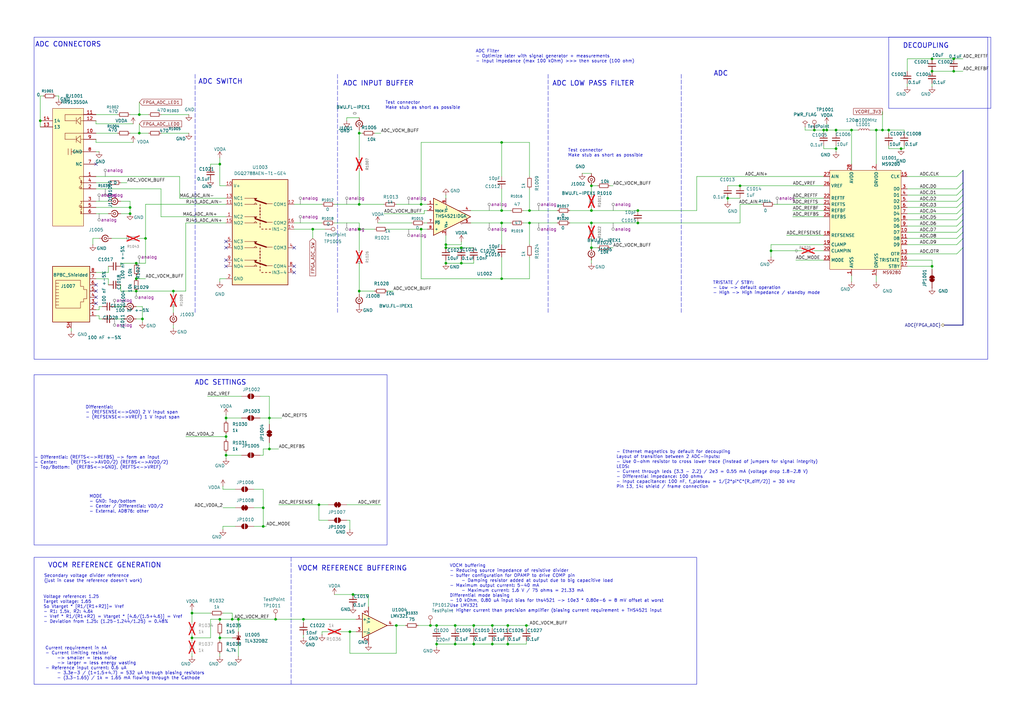
<source format=kicad_sch>
(kicad_sch (version 20250114) (generator "eeschema") (generator_version "9.0")
  (paper "A3")
  (rectangle (start 13.97 153.67) (end 158.75 223.52))
  (rectangle (start 364.49 15.24) (end 406.4 44.45))
  (rectangle (start 13.97 15.24) (end 405.13 147.32))
  (rectangle (start 13.97 228.6) (end 285.75 280.67))
  (text "ADC INPUT BUFFER" (at 155.194 34.29 0) (effects (font (size 2 2) (thickness 0.254) (bold yes))))
  (text "ADC" (at 295.656 30.226 0) (effects (font (size 2 2) (thickness 0.254) (bold yes))))
  (text "Secondary voltage divider reference \n(just in case the reference doesn't work)" (at 18.034 237.236 0) (effects (font (size 1.27 1.27)) (justify left)))
  (text "VOCM REFERENCE GENERATION" (at 42.926 231.902 0) (effects (font (size 2 2) (thickness 0.254) (bold yes))))
  (text "Differential: \n- (REFSENSE<->GND) 2 V input span\n- (REFSENSE<->VREF) 1 V input span" (at 35.052 169.164 0) (effects (font (size 1.27 1.27) (thickness 0.1588)) (justify left)))
  (text "ADC LOW PASS FILTER" (at 243.332 34.29 0) (effects (font (size 2 2) (thickness 0.254) (bold yes))))
  (text "MODE\n- GND: Top/bottom\n- Center / Differential: VDD/2\n- External, AD876: other" (at 36.576 206.756 0) (effects (font (size 1.27 1.27) (thickness 0.1588)) (justify left)))
  (text "VOCM buffering\n- Reducing source impedance of resistive divider\n- buffer configuration for OPAMP to drive COMP pin\n	- Damping resistor added at output due to big capacitive load\n- Maximum output current: 5-40 mA\n	- Maximum current: 1.6 V / 75 ohms = 21.33 mA\nDifferential mode biasing\n- 10 kOhm, 0.80 uA input bias for ths4521 -> 10e3 * 0.80e-6 = 8 mV offset at worst\nUse LMV321\n- Higher current than precision amplifier (biasing current requirement + THS4521 input" (at 184.404 241.3 0) (effects (font (size 1.27 1.27)) (justify left)))
  (text "ADC CONNECTORS" (at 27.94 18.288 0) (effects (font (size 2 2) (thickness 0.254) (bold yes))))
  (text "Test connector\nMake stub as short as possible" (at 232.918 62.738 0) (effects (font (size 1.27 1.27)) (justify left)))
  (text "ADC SWITCH" (at 90.424 33.528 0) (effects (font (size 2 2) (thickness 0.254) (bold yes))))
  (text "Voltage reference: 1.25\nTarget voltage: 1.65\nSo Vtarget * [R1/(R1+R2)]= Vref\n- R1: 1.5k, R2: 4.6k\n- Vref * R1/(R1+R2) = Vtarget * [4.6/(1.5+4.6)] = Vref\n- Deviation from 1.25: (1.25-1.244/1.25) = 0.48%" (at 17.78 249.936 0) (effects (font (size 1.27 1.27)) (justify left)))
  (text "ADC Filter\n- Optimize later with signal generator + measurements\n- Input impedance (max 100 kOhm) >>> then source (100 ohm)" (at 195.072 23.114 0) (effects (font (size 1.27 1.27)) (justify left)))
  (text "TRISTATE / STBY:\n- Low -> default operation\n- High -> High impedance / standby mode" (at 292.354 118.11 0) (effects (font (size 1.27 1.27) (thickness 0.1588)) (justify left)))
  (text "VOCM REFERENCE BUFFERING" (at 144.526 233.172 0) (effects (font (size 2 2) (thickness 0.254) (bold yes))))
  (text "- Ethernet magnetics by default for decoupling\nLayout of transition between 2 ADC-inputs:\n- Use 0-ohm resistor to cross lower trace (instead of jumpers for signal integrity)\nLEDS:\n- Current through leds (3.3 - 2.2) / 2e3 = 0.55 mA (voltage drop 1.8-2.8 V)\n- Differential impedance: 100 ohms\n- Input capacitance: 100 nF, f_plateau = 1/[2*pi*C*(R_diff/2)] = 30 kHz\nPin 13, 14: shield / frame connection" (at 252.73 192.532 0) (effects (font (size 1.27 1.27)) (justify left)))
  (text "DECOUPLING" (at 379.73 18.796 0) (effects (font (size 2 2) (thickness 0.254) (bold yes))))
  (text "ADC SETTINGS" (at 90.424 156.972 0) (effects (font (size 2 2) (thickness 0.254) (bold yes))))
  (text "Current requirement in nA\n- Current limiting resistor \n	-> smaller = less noise\n	-> larger = less energy wasting\n- Reference input current: 0.6 uA\n	- 3.3e-3 / (1+1.5+4.7) = 532 uA through biasing resistors\n	- (3.3-1.65) / 1k = 1.65 mA flowing through the Cathode" (at 18.542 272.034 0) (effects (font (size 1.27 1.27)) (justify left)))
  (text "- Differential: (REFTS<->REFBS) -> form an input\n- Center: 	(REFTS<->AVDD/2) (REFBS<->AVDD/2) \n- Top/Bottom:   (REFBS<->GND), (REFTS<->VREF)" (at 13.97 189.738 0) (effects (font (size 1.27 1.27) (thickness 0.1588)) (justify left)))
  (text "Test connector\nMake stub as short as possible" (at 157.988 43.18 0) (effects (font (size 1.27 1.27)) (justify left)))
  (junction (at 186.69 256.54))
  (junction (at 342.9 53.34))
  (junction (at 143.51 259.08))
  (junction (at 107.95 215.9))
  (junction (at 205.74 86.36))
  (junction (at 242.57 91.44))
  (junction (at 16.51 49.53))
  (junction (at 124.46 254))
  (junction (at 78.74 251.46))
  (junction (at 316.23 102.87))
  (junction (at 176.53 256.54))
  (junction (at 172.72 93.98))
  (junction (at 113.03 254))
  (junction (at 205.74 114.3))
  (junction (at 92.71 186.69))
  (junction (at 130.81 207.01))
  (junction (at 382.27 109.22))
  (junction (at 97.79 254))
  (junction (at 364.49 53.34))
  (junction (at 337.82 53.34))
  (junction (at 53.34 85.09))
  (junction (at 53.34 87.63))
  (junction (at 110.49 184.15))
  (junction (at 59.69 97.79))
  (junction (at 186.69 264.16))
  (junction (at 182.88 107.95))
  (junction (at 298.45 81.28))
  (junction (at 55.88 119.38))
  (junction (at 342.9 60.96))
  (junction (at 205.74 58.42))
  (junction (at 208.28 264.16))
  (junction (at 147.32 93.98))
  (junction (at 90.17 67.31))
  (junction (at 144.78 243.84))
  (junction (at 78.74 261.62))
  (junction (at 179.07 256.54))
  (junction (at 205.74 91.44))
  (junction (at 57.15 54.61))
  (junction (at 179.07 264.16))
  (junction (at 339.09 53.34))
  (junction (at 90.17 254))
  (junction (at 57.15 46.99))
  (junction (at 162.56 256.54))
  (junction (at 55.88 107.95))
  (junction (at 201.93 256.54))
  (junction (at 217.17 86.36))
  (junction (at 182.88 101.6))
  (junction (at 261.62 91.44))
  (junction (at 303.53 76.2))
  (junction (at 147.32 83.82))
  (junction (at 349.25 53.34))
  (junction (at 261.62 86.36))
  (junction (at 147.32 54.61))
  (junction (at 110.49 171.45))
  (junction (at 382.27 24.13))
  (junction (at 92.71 171.45))
  (junction (at 95.25 254))
  (junction (at 189.23 107.95))
  (junction (at 391.16 24.13))
  (junction (at 58.42 130.81))
  (junction (at 334.01 53.34))
  (junction (at 215.9 256.54))
  (junction (at 242.57 86.36))
  (junction (at 128.27 93.98))
  (junction (at 147.32 119.38))
  (junction (at 242.57 76.2))
  (junction (at 242.57 101.6))
  (junction (at 208.28 256.54))
  (junction (at 391.16 29.21))
  (junction (at 201.93 264.16))
  (junction (at 194.31 256.54))
  (junction (at 382.27 29.21))
  (junction (at 90.17 261.62))
  (junction (at 217.17 91.44))
  (junction (at 92.71 179.07))
  (junction (at 182.88 100.33))
  (junction (at 71.12 119.38))
  (junction (at 369.57 60.96))
  (junction (at 107.95 208.28))
  (junction (at 194.31 264.16))
  (junction (at 189.23 101.6))
  (junction (at 359.41 53.34))
  (junction (at 361.95 53.34))
  (junction (at 55.88 114.3))
  (junction (at 172.72 83.82))
  (no_connect (at 120.65 109.22))
  (no_connect (at 39.37 124.46))
  (no_connect (at 39.37 121.92))
  (no_connect (at 92.71 101.6))
  (no_connect (at 120.65 101.6))
  (no_connect (at 92.71 106.68))
  (no_connect (at 39.37 116.84))
  (no_connect (at 92.71 109.22))
  (no_connect (at 39.37 67.31))
  (no_connect (at 92.71 99.06))
  (no_connect (at 39.37 119.38))
  (no_connect (at 120.65 111.76))
  (bus_entry (at 392.43 80.01) (size 2.54 -2.54))
  (bus_entry (at 392.43 104.14) (size 2.54 -2.54))
  (bus_entry (at 392.43 77.47) (size 2.54 -2.54))
  (bus_entry (at 392.43 85.09) (size 2.54 -2.54))
  (bus_entry (at 392.43 90.17) (size 2.54 -2.54))
  (bus_entry (at 392.43 92.71) (size 2.54 -2.54))
  (bus_entry (at 392.43 100.33) (size 2.54 -2.54))
  (bus_entry (at 392.43 95.25) (size 2.54 -2.54))
  (bus_entry (at 392.43 82.55) (size 2.54 -2.54))
  (bus_entry (at 392.43 97.79) (size 2.54 -2.54))
  (bus_entry (at 392.43 87.63) (size 2.54 -2.54))
  (bus_entry (at 392.43 72.39) (size 2.54 -2.54))
  (wire (pts (xy 16.51 39.37) (xy 16.51 49.53)))
  (wire (pts (xy 372.11 109.22) (xy 382.27 109.22)))
  (wire (pts (xy 364.49 53.34) (xy 370.84 53.34)))
  (wire (pts (xy 46.99 125.73) (xy 50.8 125.73)))
  (wire (pts (xy 154.94 91.44) (xy 168.91 91.44)))
  (wire (pts (xy 76.2 91.44) (xy 76.2 119.38)))
  (wire (pts (xy 349.25 53.34) (xy 349.25 67.31)))
  (wire (pts (xy 58.42 125.73) (xy 58.42 130.81)))
  (wire (pts (xy 201.93 256.54) (xy 201.93 257.81)))
  (wire (pts (xy 97.79 254) (xy 97.79 259.08)))
  (wire (pts (xy 359.41 53.34) (xy 359.41 67.31)))
  (wire (pts (xy 205.74 58.42) (xy 217.17 58.42)))
  (wire (pts (xy 173.99 86.36) (xy 175.26 86.36)))
  (wire (pts (xy 46.99 130.81) (xy 50.8 130.81)))
  (wire (pts (xy 162.56 267.97) (xy 143.51 267.97)))
  (wire (pts (xy 44.45 114.3) (xy 44.45 116.84)))
  (wire (pts (xy 49.53 107.95) (xy 49.53 109.22)))
  (wire (pts (xy 298.45 81.28) (xy 303.53 81.28)))
  (wire (pts (xy 238.76 71.12) (xy 242.57 71.12)))
  (wire (pts (xy 86.36 67.31) (xy 90.17 67.31)))
  (wire (pts (xy 372.11 85.09) (xy 392.43 85.09)))
  (wire (pts (xy 242.57 86.36) (xy 261.62 86.36)))
  (wire (pts (xy 130.81 207.01) (xy 134.62 207.01)))
  (wire (pts (xy 322.58 96.52) (xy 337.82 96.52)))
  (wire (pts (xy 107.95 200.66) (xy 107.95 208.28)))
  (wire (pts (xy 66.04 88.9) (xy 92.71 88.9)))
  (wire (pts (xy 382.27 34.29) (xy 382.27 35.56)))
  (wire (pts (xy 143.51 259.08) (xy 143.51 267.97)))
  (wire (pts (xy 58.42 130.81) (xy 58.42 132.08)))
  (wire (pts (xy 90.17 261.62) (xy 90.17 262.89)))
  (wire (pts (xy 114.3 184.15) (xy 110.49 184.15)))
  (wire (pts (xy 245.11 101.6) (xy 242.57 101.6)))
  (wire (pts (xy 49.53 82.55) (xy 53.34 82.55)))
  (wire (pts (xy 157.48 87.63) (xy 173.99 87.63)))
  (polyline (pts (xy 138.43 30.48) (xy 138.43 128.27)) (stroke (width 0) (type dash)))
  (wire (pts (xy 40.64 127) (xy 39.37 127)))
  (wire (pts (xy 215.9 257.81) (xy 215.9 256.54)))
  (wire (pts (xy 147.32 69.85) (xy 147.32 83.82)))
  (wire (pts (xy 151.13 243.84) (xy 151.13 248.92)))
  (wire (pts (xy 217.17 256.54) (xy 215.9 256.54)))
  (wire (pts (xy 73.66 81.28) (xy 73.66 72.39)))
  (wire (pts (xy 39.37 58.42) (xy 39.37 57.15)))
  (wire (pts (xy 92.71 179.07) (xy 92.71 180.34)))
  (wire (pts (xy 109.22 215.9) (xy 107.95 215.9)))
  (wire (pts (xy 92.71 177.8) (xy 92.71 179.07)))
  (wire (pts (xy 325.12 81.28) (xy 337.82 81.28)))
  (wire (pts (xy 78.74 267.97) (xy 78.74 269.24)))
  (wire (pts (xy 66.04 54.61) (xy 77.47 54.61)))
  (wire (pts (xy 330.2 53.34) (xy 330.2 52.07)))
  (wire (pts (xy 370.84 59.69) (xy 370.84 60.96)))
  (wire (pts (xy 172.72 93.98) (xy 172.72 114.3)))
  (wire (pts (xy 107.95 215.9) (xy 104.14 215.9)))
  (wire (pts (xy 106.68 171.45) (xy 110.49 171.45)))
  (wire (pts (xy 148.59 54.61) (xy 147.32 54.61)))
  (wire (pts (xy 85.09 162.56) (xy 99.06 162.56)))
  (wire (pts (xy 95.25 254) (xy 97.79 254)))
  (wire (pts (xy 217.17 105.41) (xy 217.17 114.3)))
  (wire (pts (xy 44.45 82.55) (xy 39.37 82.55)))
  (wire (pts (xy 166.37 256.54) (xy 162.56 256.54)))
  (wire (pts (xy 186.69 264.16) (xy 186.69 262.89)))
  (wire (pts (xy 285.75 72.39) (xy 337.82 72.39)))
  (wire (pts (xy 59.69 97.79) (xy 59.69 107.95)))
  (wire (pts (xy 317.5 83.82) (xy 337.82 83.82)))
  (wire (pts (xy 78.74 261.62) (xy 86.36 261.62)))
  (polyline (pts (xy 224.79 30.48) (xy 224.79 128.27)) (stroke (width 0) (type dash)))
  (polyline (pts (xy 279.4 30.48) (xy 279.4 128.27)) (stroke (width 0) (type dash)))
  (wire (pts (xy 372.11 77.47) (xy 392.43 77.47)))
  (wire (pts (xy 44.45 111.76) (xy 44.45 109.22)))
  (wire (pts (xy 194.31 107.95) (xy 189.23 107.95)))
  (wire (pts (xy 147.32 91.44) (xy 147.32 93.98)))
  (wire (pts (xy 194.31 256.54) (xy 186.69 256.54)))
  (wire (pts (xy 349.25 53.34) (xy 351.79 53.34)))
  (wire (pts (xy 186.69 264.16) (xy 194.31 264.16)))
  (wire (pts (xy 124.46 254) (xy 146.05 254)))
  (wire (pts (xy 364.49 53.34) (xy 364.49 54.61)))
  (wire (pts (xy 245.11 76.2) (xy 242.57 76.2)))
  (wire (pts (xy 53.34 85.09) (xy 53.34 87.63)))
  (wire (pts (xy 53.34 54.61) (xy 57.15 54.61)))
  (wire (pts (xy 39.37 77.47) (xy 66.04 77.47)))
  (wire (pts (xy 55.88 125.73) (xy 58.42 125.73)))
  (wire (pts (xy 29.21 134.62) (xy 29.21 135.89)))
  (wire (pts (xy 71.12 134.62) (xy 71.12 133.35)))
  (wire (pts (xy 372.11 24.13) (xy 382.27 24.13)))
  (wire (pts (xy 189.23 101.6) (xy 194.31 101.6)))
  (wire (pts (xy 147.32 83.82) (xy 157.48 83.82)))
  (wire (pts (xy 48.26 46.99) (xy 39.37 46.99)))
  (wire (pts (xy 40.64 129.54) (xy 39.37 129.54)))
  (wire (pts (xy 316.23 100.33) (xy 337.82 100.33)))
  (wire (pts (xy 326.39 106.68) (xy 337.82 106.68)))
  (wire (pts (xy 91.44 215.9) (xy 91.44 217.17)))
  (wire (pts (xy 73.66 81.28) (xy 92.71 81.28)))
  (wire (pts (xy 124.46 261.62) (xy 124.46 260.35)))
  (wire (pts (xy 49.53 119.38) (xy 49.53 116.84)))
  (wire (pts (xy 359.41 113.03) (xy 359.41 115.57)))
  (wire (pts (xy 382.27 106.68) (xy 382.27 109.22)))
  (wire (pts (xy 92.71 170.18) (xy 92.71 171.45)))
  (wire (pts (xy 337.82 53.34) (xy 337.82 54.61)))
  (wire (pts (xy 205.74 58.42) (xy 205.74 72.39)))
  (wire (pts (xy 78.74 251.46) (xy 78.74 255.27)))
  (wire (pts (xy 372.11 97.79) (xy 392.43 97.79)))
  (wire (pts (xy 147.32 102.87) (xy 147.32 93.98)))
  (wire (pts (xy 128.27 93.98) (xy 128.27 97.79)))
  (wire (pts (xy 90.17 67.31) (xy 90.17 76.2)))
  (wire (pts (xy 55.88 119.38) (xy 71.12 119.38)))
  (wire (pts (xy 285.75 86.36) (xy 285.75 72.39)))
  (wire (pts (xy 120.65 83.82) (xy 132.08 83.82)))
  (wire (pts (xy 194.31 256.54) (xy 194.31 257.81)))
  (wire (pts (xy 92.71 186.69) (xy 92.71 187.96)))
  (wire (pts (xy 92.71 185.42) (xy 92.71 186.69)))
  (wire (pts (xy 49.53 87.63) (xy 53.34 87.63)))
  (wire (pts (xy 134.62 213.36) (xy 130.81 213.36)))
  (wire (pts (xy 49.53 74.93) (xy 52.07 74.93)))
  (wire (pts (xy 303.53 83.82) (xy 303.53 91.44)))
  (wire (pts (xy 24.13 39.37) (xy 24.13 40.64)))
  (wire (pts (xy 391.16 29.21) (xy 394.97 29.21)))
  (wire (pts (xy 90.17 260.35) (xy 90.17 261.62)))
  (wire (pts (xy 242.57 97.79) (xy 242.57 101.6)))
  (wire (pts (xy 142.24 49.53) (xy 142.24 48.26)))
  (wire (pts (xy 194.31 264.16) (xy 194.31 262.89)))
  (wire (pts (xy 179.07 265.43) (xy 179.07 264.16)))
  (polyline (pts (xy 119.38 228.6) (xy 119.38 280.67)) (stroke (width 0) (type dash)))
  (wire (pts (xy 57.15 46.99) (xy 60.96 46.99)))
  (wire (pts (xy 372.11 72.39) (xy 392.43 72.39)))
  (bus (pts (xy 394.97 87.63) (xy 394.97 85.09)))
  (wire (pts (xy 55.88 113.03) (xy 55.88 114.3)))
  (wire (pts (xy 91.44 215.9) (xy 96.52 215.9)))
  (wire (pts (xy 151.13 243.84) (xy 144.78 243.84)))
  (wire (pts (xy 205.74 86.36) (xy 209.55 86.36)))
  (wire (pts (xy 110.49 171.45) (xy 115.57 171.45)))
  (wire (pts (xy 242.57 106.68) (xy 242.57 107.95)))
  (wire (pts (xy 153.67 54.61) (xy 156.21 54.61)))
  (wire (pts (xy 158.75 119.38) (xy 161.29 119.38)))
  (wire (pts (xy 73.66 72.39) (xy 39.37 72.39)))
  (wire (pts (xy 44.45 87.63) (xy 39.37 87.63)))
  (wire (pts (xy 179.07 256.54) (xy 176.53 256.54)))
  (wire (pts (xy 172.72 93.98) (xy 175.26 93.98)))
  (bus (pts (xy 394.97 85.09) (xy 394.97 82.55)))
  (wire (pts (xy 78.74 260.35) (xy 78.74 261.62)))
  (wire (pts (xy 193.04 91.44) (xy 205.74 91.44)))
  (wire (pts (xy 172.72 83.82) (xy 172.72 58.42)))
  (wire (pts (xy 41.91 125.73) (xy 40.64 125.73)))
  (wire (pts (xy 382.27 29.21) (xy 391.16 29.21)))
  (wire (pts (xy 372.11 90.17) (xy 392.43 90.17)))
  (wire (pts (xy 137.16 83.82) (xy 147.32 83.82)))
  (wire (pts (xy 298.45 81.28) (xy 298.45 82.55)))
  (wire (pts (xy 372.11 104.14) (xy 392.43 104.14)))
  (wire (pts (xy 217.17 77.47) (xy 217.17 86.36)))
  (wire (pts (xy 359.41 53.34) (xy 361.95 53.34)))
  (wire (pts (xy 59.69 83.82) (xy 59.69 97.79)))
  (wire (pts (xy 182.88 100.33) (xy 182.88 101.6)))
  (wire (pts (xy 298.45 76.2) (xy 303.53 76.2)))
  (wire (pts (xy 316.23 102.87) (xy 316.23 105.41)))
  (wire (pts (xy 205.74 91.44) (xy 205.74 100.33)))
  (wire (pts (xy 107.95 208.28) (xy 104.14 208.28)))
  (wire (pts (xy 205.74 114.3) (xy 217.17 114.3)))
  (wire (pts (xy 208.28 264.16) (xy 208.28 262.89)))
  (wire (pts (xy 71.12 128.27) (xy 71.12 125.73)))
  (wire (pts (xy 137.16 243.84) (xy 144.78 243.84)))
  (wire (pts (xy 22.86 39.37) (xy 24.13 39.37)))
  (bus (pts (xy 394.97 101.6) (xy 394.97 97.79)))
  (wire (pts (xy 90.17 114.3) (xy 90.17 115.57)))
  (wire (pts (xy 128.27 93.98) (xy 133.35 93.98)))
  (wire (pts (xy 339.09 53.34) (xy 339.09 50.8)))
  (wire (pts (xy 66.04 88.9) (xy 66.04 77.47)))
  (wire (pts (xy 53.34 46.99) (xy 57.15 46.99)))
  (wire (pts (xy 372.11 24.13) (xy 372.11 29.21)))
  (wire (pts (xy 16.51 39.37) (xy 17.78 39.37)))
  (wire (pts (xy 325.12 86.36) (xy 337.82 86.36)))
  (wire (pts (xy 172.72 83.82) (xy 175.26 83.82)))
  (wire (pts (xy 342.9 60.96) (xy 342.9 62.23)))
  (wire (pts (xy 189.23 100.33) (xy 189.23 99.06)))
  (wire (pts (xy 173.99 91.44) (xy 175.26 91.44)))
  (wire (pts (xy 147.32 119.38) (xy 153.67 119.38)))
  (wire (pts (xy 55.88 114.3) (xy 59.69 114.3)))
  (wire (pts (xy 120.65 91.44) (xy 132.08 91.44)))
  (wire (pts (xy 55.88 107.95) (xy 59.69 107.95)))
  (wire (pts (xy 39.37 74.93) (xy 44.45 74.93)))
  (wire (pts (xy 41.91 130.81) (xy 40.64 130.81)))
  (wire (pts (xy 132.08 260.35) (xy 132.08 259.08)))
  (wire (pts (xy 110.49 162.56) (xy 110.49 171.45)))
  (wire (pts (xy 342.9 53.34) (xy 342.9 54.61)))
  (wire (pts (xy 233.68 86.36) (xy 242.57 86.36)))
  (wire (pts (xy 60.96 54.61) (xy 57.15 54.61)))
  (wire (pts (xy 91.44 200.66) (xy 96.52 200.66)))
  (wire (pts (xy 53.34 82.55) (xy 53.34 85.09)))
  (wire (pts (xy 147.32 53.34) (xy 147.32 54.61)))
  (wire (pts (xy 342.9 53.34) (xy 349.25 53.34)))
  (wire (pts (xy 107.95 200.66) (xy 104.14 200.66)))
  (wire (pts (xy 86.36 261.62) (xy 86.36 254)))
  (wire (pts (xy 205.74 91.44) (xy 209.55 91.44)))
  (wire (pts (xy 214.63 86.36) (xy 217.17 86.36)))
  (wire (pts (xy 40.64 130.81) (xy 40.64 129.54)))
  (wire (pts (xy 194.31 264.16) (xy 201.93 264.16)))
  (wire (pts (xy 208.28 256.54) (xy 201.93 256.54)))
  (wire (pts (xy 361.95 53.34) (xy 364.49 53.34)))
  (wire (pts (xy 303.53 76.2) (xy 337.82 76.2)))
  (wire (pts (xy 182.88 107.95) (xy 182.88 106.68)))
  (wire (pts (xy 194.31 106.68) (xy 194.31 107.95)))
  (wire (pts (xy 147.32 120.65) (xy 147.32 119.38)))
  (wire (pts (xy 339.09 53.34) (xy 337.82 53.34)))
  (wire (pts (xy 339.09 53.34) (xy 342.9 53.34)))
  (wire (pts (xy 233.68 91.44) (xy 242.57 91.44)))
  (wire (pts (xy 261.62 91.44) (xy 303.53 91.44)))
  (wire (pts (xy 113.03 254) (xy 124.46 254)))
  (wire (pts (xy 394.97 24.13) (xy 391.16 24.13)))
  (wire (pts (xy 76.2 179.07) (xy 92.71 179.07)))
  (wire (pts (xy 97.79 254) (xy 113.03 254)))
  (wire (pts (xy 330.2 53.34) (xy 334.01 53.34)))
  (wire (pts (xy 147.32 93.98) (xy 153.67 93.98)))
  (wire (pts (xy 217.17 58.42) (xy 217.17 72.39)))
  (wire (pts (xy 143.51 213.36) (xy 143.51 217.17)))
  (wire (pts (xy 39.37 85.09) (xy 53.34 85.09)))
  (wire (pts (xy 76.2 91.44) (xy 92.71 91.44)))
  (wire (pts (xy 91.44 251.46) (xy 95.25 251.46)))
  (wire (pts (xy 91.44 199.39) (xy 91.44 200.66)))
  (wire (pts (xy 242.57 92.71) (xy 242.57 91.44)))
  (wire (pts (xy 128.27 93.98) (xy 120.65 93.98)))
  (wire (pts (xy 142.24 213.36) (xy 143.51 213.36)))
  (wire (pts (xy 158.75 93.98) (xy 172.72 93.98)))
  (wire (pts (xy 334.01 53.34) (xy 337.82 53.34)))
  (wire (pts (xy 107.95 184.15) (xy 110.49 184.15)))
  (wire (pts (xy 40.64 62.23) (xy 39.37 62.23)))
  (wire (pts (xy 215.9 256.54) (xy 208.28 256.54)))
  (wire (pts (xy 186.69 256.54) (xy 179.07 256.54)))
  (wire (pts (xy 92.71 171.45) (xy 99.06 171.45)))
  (wire (pts (xy 217.17 91.44) (xy 228.6 91.44)))
  (wire (pts (xy 130.81 207.01) (xy 130.81 213.36)))
  (wire (pts (xy 173.99 87.63) (xy 173.99 86.36)))
  (bus (pts (xy 387.35 133.35) (xy 394.97 133.35)))
  (wire (pts (xy 372.11 100.33) (xy 392.43 100.33)))
  (wire (pts (xy 369.57 60.96) (xy 364.49 60.96)))
  (wire (pts (xy 179.07 257.81) (xy 179.07 256.54)))
  (wire (pts (xy 130.81 207.01) (xy 114.3 207.01)))
  (wire (pts (xy 147.32 91.44) (xy 137.16 91.44)))
  (wire (pts (xy 92.71 171.45) (xy 92.71 172.72)))
  (wire (pts (xy 86.36 68.58) (xy 86.36 67.31)))
  (wire (pts (xy 90.17 254) (xy 95.25 254)))
  (wire (pts (xy 242.57 91.44) (xy 261.62 91.44)))
  (wire (pts (xy 382.27 24.13) (xy 391.16 24.13)))
  (wire (pts (xy 182.88 107.95) (xy 189.23 107.95)))
  (wire (pts (xy 201.93 264.16) (xy 201.93 262.89)))
  (wire (pts (xy 208.28 264.16) (xy 215.9 264.16)))
  (wire (pts (xy 39.37 50.8) (xy 39.37 49.53)))
  (bus (pts (xy 394.97 90.17) (xy 394.97 87.63)))
  (wire (pts (xy 142.24 48.26) (xy 147.32 48.26)))
  (wire (pts (xy 97.79 269.24) (xy 97.79 264.16)))
  (wire (pts (xy 39.37 58.42) (xy 54.61 58.42)))
  (wire (pts (xy 39.37 50.8) (xy 54.61 50.8)))
  (wire (pts (xy 71.12 119.38) (xy 76.2 119.38)))
  (wire (pts (xy 49.53 107.95) (xy 55.88 107.95)))
  (wire (pts (xy 90.17 76.2) (xy 92.71 76.2)))
  (wire (pts (xy 39.37 111.76) (xy 44.45 111.76)))
  (wire (pts (xy 370.84 60.96) (xy 369.57 60.96)))
  (wire (pts (xy 16.51 49.53) (xy 16.51 52.07)))
  (wire (pts (xy 325.12 88.9) (xy 337.82 88.9)))
  (wire (pts (xy 337.82 60.96) (xy 337.82 59.69)))
  (wire (pts (xy 90.17 267.97) (xy 90.17 269.24)))
  (wire (pts (xy 370.84 53.34) (xy 370.84 54.61)))
  (wire (pts (xy 147.32 107.95) (xy 147.32 119.38)))
  (wire (pts (xy 316.23 100.33) (xy 316.23 102.87)))
  (wire (pts (xy 251.46 76.2) (xy 250.19 76.2)))
  (wire (pts (xy 162.56 256.54) (xy 161.29 256.54)))
  (wire (pts (xy 92.71 186.69) (xy 99.06 186.69)))
  (wire (pts (xy 201.93 256.54) (xy 194.31 256.54)))
  (wire (pts (xy 107.95 184.15) (xy 107.95 186.69)))
  (wire (pts (xy 182.88 81.28) (xy 182.88 80.01)))
  (wire (pts (xy 361.95 45.72) (xy 361.95 53.34)))
  (wire (pts (xy 193.04 86.36) (xy 205.74 86.36)))
  (wire (pts (xy 57.15 50.8) (xy 57.15 54.61)))
  (wire (pts (xy 182.88 101.6) (xy 189.23 101.6)))
  (wire (pts (xy 162.56 83.82) (xy 172.72 83.82)))
  (wire (pts (xy 110.49 181.61) (xy 110.49 184.15)))
  (wire (pts (xy 71.12 120.65) (xy 71.12 119.38)))
  (wire (pts (xy 337.82 60.96) (xy 342.9 60.96)))
  (wire (pts (xy 139.7 259.08) (xy 143.51 259.08)))
  (wire (pts (xy 364.49 59.69) (xy 364.49 60.96)))
  (bus (pts (xy 394.97 77.47) (xy 394.97 74.93)))
  (wire (pts (xy 172.72 58.42) (xy 205.74 58.42)))
  (wire (pts (xy 342.9 59.69) (xy 342.9 60.96)))
  (wire (pts (xy 78.74 251.46) (xy 86.36 251.46)))
  (wire (pts (xy 143.51 259.08) (xy 146.05 259.08)))
  (wire (pts (xy 251.46 101.6) (xy 250.19 101.6)))
  (wire (pts (xy 90.17 64.77) (xy 90.17 67.31)))
  (wire (pts (xy 90.17 261.62) (xy 95.25 261.62)))
  (wire (pts (xy 242.57 85.09) (xy 242.57 86.36)))
  (wire (pts (xy 78.74 250.19) (xy 78.74 251.46)))
  (wire (pts (xy 372.11 82.55) (xy 392.43 82.55)))
  (wire (pts (xy 86.36 254) (xy 90.17 254)))
  (wire (pts (xy 162.56 267.97) (xy 162.56 256.54)))
  (wire (pts (xy 90.17 114.3) (xy 92.71 114.3)))
  (wire (pts (xy 205.74 114.3) (xy 172.72 114.3)))
  (wire (pts (xy 124.46 255.27) (xy 124.46 254)))
  (bus (pts (xy 394.97 97.79) (xy 394.97 95.25)))
  (wire (pts (xy 186.69 256.54) (xy 186.69 257.81)))
  (wire (pts (xy 205.74 77.47) (xy 205.74 86.36)))
  (wire (pts (xy 78.74 261.62) (xy 78.74 262.89)))
  (wire (pts (xy 217.17 91.44) (xy 217.17 100.33)))
  (wire (pts (xy 107.95 208.28) (xy 107.95 215.9)))
  (wire (pts (xy 90.17 255.27) (xy 90.17 254)))
  (wire (pts (xy 242.57 80.01) (xy 242.57 76.2)))
  (wire (pts (xy 179.07 264.16) (xy 186.69 264.16)))
  (wire (pts (xy 106.68 162.56) (xy 110.49 162.56)))
  (wire (pts (xy 57.15 41.91) (xy 57.15 46.99)))
  (wire (pts (xy 372.11 95.25) (xy 392.43 95.25)))
  (wire (pts (xy 349.25 113.03) (xy 349.25 115.57)))
  (wire (pts (xy 38.1 100.33) (xy 38.1 97.79)))
  (wire (pts (xy 107.95 186.69) (xy 106.68 186.69)))
  (wire (pts (xy 132.08 259.08) (xy 134.62 259.08)))
  (wire (pts (xy 372.11 80.01) (xy 392.43 80.01)))
  (bus (pts (xy 394.97 80.01) (xy 394.97 77.47)))
  (wire (pts (xy 176.53 256.54) (xy 171.45 256.54)))
  (bus (pts (xy 394.97 82.55) (xy 394.97 80.01)))
  (wire (pts (xy 189.23 107.95) (xy 189.23 106.68)))
  (wire (pts (xy 110.49 171.45) (xy 110.49 173.99)))
  (wire (pts (xy 49.53 119.38) (xy 55.88 119.38)))
  (wire (pts (xy 40.64 125.73) (xy 40.64 127)))
  (wire (pts (xy 356.87 53.34) (xy 359.41 53.34)))
  (wire (pts (xy 48.26 54.61) (xy 39.37 54.61)))
  (wire (pts (xy 205.74 105.41) (xy 205.74 114.3)))
  (wire (pts (xy 66.04 46.99) (xy 77.47 46.99)))
  (wire (pts (xy 372.11 34.29) (xy 372.11 35.56)))
  (polyline (pts (xy 80.01 30.48) (xy 80.01 128.27)) (stroke (width 0) (type dash)))
  (wire (pts (xy 382.27 109.22) (xy 382.27 110.49)))
  (wire (pts (xy 217.17 86.36) (xy 228.6 86.36)))
  (wire (pts (xy 328.93 102.87) (xy 316.23 102.87)))
  (wire (pts (xy 52.07 97.79) (xy 45.72 97.79)))
  (wire (pts (xy 261.62 86.36) (xy 285.75 86.36)))
  (wire (pts (xy 215.9 264.16) (xy 215.9 262.89)))
  (wire (pts (xy 39.37 114.3) (xy 44.45 114.3)))
  (wire (pts (xy 372.11 106.68) (xy 382.27 106.68)))
  (wire (pts (xy 334.01 102.87) (xy 337.82 102.87)))
  (wire (pts (xy 179.07 264.16) (xy 179.07 262.89)))
  (wire (pts (xy 182.88 96.52) (xy 182.88 100.33)))
  (wire (pts (xy 214.63 91.44) (xy 217.17 91.44)))
  (bus (pts (xy 394.97 74.93) (xy 394.97 69.85)))
  (wire (pts (xy 372.11 87.63) (xy 392.43 87.63)))
  (wire (pts (xy 57.15 97.79) (xy 59.69 97.79)))
  (bus (pts (xy 394.97 95.25) (xy 394.97 92.71)))
  (bus (pts (xy 394.97 92.71) (xy 394.97 90.17)))
  (wire (pts (xy 55.88 130.81) (xy 58.42 130.81)))
  (wire (pts (xy 303.53 83.82) (xy 312.42 83.82)))
  (wire (pts (xy 208.28 257.81) (xy 208.28 256.54)))
  (wire (pts (xy 38.1 97.79) (xy 40.64 97.79)))
  (wire (pts (xy 95.25 251.46) (xy 95.25 254)))
  (wire (pts (xy 91.44 208.28) (xy 96.52 208.28)))
  (wire (pts (xy 189.23 100.33) (xy 182.88 100.33)))
  (wire (pts (xy 59.69 83.82) (xy 92.71 83.82)))
  (wire (pts (xy 147.32 54.61) (xy 147.32 64.77)))
  (wire (pts (xy 156.21 207.01) (xy 142.24 207.01)))
  (wire (pts (xy 372.11 92.71) (xy 392.43 92.71)))
  (bus (pts (xy 394.97 133.35) (xy 394.97 101.6)))
  (wire (pts (xy 201.93 264.16) (xy 208.28 264.16)))
  (label "ADC_MODE" (at 109.22 215.9 0))
  (label "MAG_ADC_AIN-" (at 73.66 81.28 0))
  (label "ADC_VREF" (at 156.21 207.01 180))
  (label "ADC_AIN-" (at 312.42 83.82 180))
  (label "RJ45_ADC_AIN+" (at 76.2 91.44 0))
  (label "ADC_VOCM_BUFF" (at 157.48 87.63 0))
  (label "ADC_REFTF" (at 325.12 81.28 0))
  (label "ADC_REFBS" (at 325.12 88.9 0))
  (label "ADC_REFTF" (at 394.97 24.13 0))
  (label "ADC_VDDA_2" (at 76.2 179.07 0))
  (label "ADC_VOCM_BUFF" (at 251.46 76.2 0))
  (label "ADC_REFBF" (at 394.97 29.21 0))
  (label "ADC_VOCM_BUFF" (at 217.17 256.54 0))
  (label "ADC_VOCM_BUFF" (at 52.07 74.93 0))
  (label "ADC.D7" (at 377.19 95.25 0))
  (label "ADC_REFSENSE" (at 322.58 96.52 0))
  (label "ADC_VOCM_BUFF" (at 251.46 101.6 0))
  (label "ADC_VOCM_REF" (at 110.49 254 180))
  (label "ADC.CLK" (at 377.19 72.39 0))
  (label "ADC.D9" (at 377.19 100.33 0))
  (label "RJ45_ADC_AIN-" (at 76.2 83.82 0))
  (label "ADC_REFTS" (at 115.57 171.45 0))
  (label "ADC_MODE" (at 326.39 106.68 0))
  (label "ADC_REFBF" (at 325.12 86.36 0))
  (label "ADC.D8" (at 377.19 97.79 0))
  (label "ADC.OTR" (at 377.19 104.14 0))
  (label "ADC_REFTS" (at 325.12 83.82 0))
  (label "ADC.D5" (at 377.19 90.17 0))
  (label "ADC_AIN+" (at 314.96 72.39 180))
  (label "ADC.D0" (at 377.19 77.47 0))
  (label "ADC_VOCM_BUFF" (at 59.69 114.3 0))
  (label "ADC.D6" (at 377.19 92.71 0))
  (label "ADC_VREF" (at 85.09 162.56 0))
  (label "ADC_VOCM_BUFF" (at 156.21 54.61 0))
  (label "ADC.D3" (at 377.19 85.09 0))
  (label "ADC.D4" (at 377.19 87.63 0))
  (label "ADC.D2" (at 377.19 82.55 0))
  (label "ADC_VOCM_BUFF" (at 161.29 119.38 0))
  (label "ADC_VDDA_2" (at 91.44 208.28 180))
  (label "MAG_ADC_AIN+" (at 74.93 88.9 0))
  (label "ADC_REFSENSE" (at 114.3 207.01 0))
  (label "ADC_REFBS" (at 114.3 184.15 0))
  (label "ADC_VREF" (at 325.12 76.2 0))
  (label "ADC.D1" (at 377.19 80.01 0))
  (global_label "FPGA_ADC_LED1" (shape input) (at 57.15 41.91 0) (property "Intersheetrefs" "${INTERSHEET_REFS}" (effects (hide yes))))
  (global_label "VCORE_3V3" (shape passive) (at 361.95 45.72 180) (property "Intersheetrefs" "${INTERSHEET_REFS}" (effects (hide yes))))
  (global_label "FPGA_ADC_SW" (shape input) (at 128.27 97.79 270) (property "Intersheetrefs" "${INTERSHEET_REFS}" (effects (hide yes))))
  (global_label "FPGA_ADC_LED0" (shape input) (at 57.15 50.8 0) (property "Intersheetrefs" "${INTERSHEET_REFS}" (effects (hide yes))))
  (hierarchical_label "ADC{FPGA_ADC}" (shape bidirectional) (at 387.35 133.35 180))
  (netclass_flag "" (length 2.54) (shape round) (at 57.15 107.95 0) (property "Netclass" "analog" (at 57.8485 105.41 0) (effects (justify left))))
  (netclass_flag "" (length 2.54) (shape round) (at 40.64 82.55 0) (property "Netclass" "analog" (at 41.3385 80.01 0) (effects (justify left))))
  (netclass_flag "" (length 2.54) (shape round) (at 142.24 91.44 180) (property "Netclass" "analog" (at 142.9385 93.98 0) (effects (justify left))))
  (netclass_flag "" (length 2.54) (shape round) (at 167.64 93.98 180) (property "Netclass" "analog" (at 168.3385 96.52 0) (effects (justify left))))
  (netclass_flag "" (length 2.54) (shape round) (at 43.18 72.39 0) (property "Netclass" "analog" (at 43.8785 69.85 0) (effects (justify left))))
  (netclass_flag "" (length 2.54) (shape round) (at 40.64 87.63 180) (property "Netclass" "analog" (at 41.3385 90.17 0) (effects (justify left))))
  (netclass_flag "" (length 2.54) (shape round) (at 46.99 125.73 0) (property "Netclass" "analog" (at 47.6885 123.19 0) (effects (justify left))))
  (netclass_flag "" (length 2.54) (shape round) (at 123.19 91.44 0) (property "Netclass" "analog" (at 123.8885 88.9 0) (effects (justify left))))
  (netclass_flag "" (length 2.54) (shape round) (at 123.19 83.82 0) (property "Netclass" "analog" (at 123.8885 81.28 0) (effects (justify left))))
  (netclass_flag "" (length 2.54) (shape round) (at 200.66 86.36 0) (property "Netclass" "analog" (at 201.3585 83.82 0) (effects (justify left))))
  (netclass_flag "" (length 2.54) (shape round) (at 251.5034 86.36 0) (property "Netclass" "analog" (at 252.2019 83.82 0) (effects (justify left))))
  (netclass_flag "" (length 2.54) (shape round) (at 251.46 91.44 180) (property "Netclass" "analog" (at 252.1585 93.98 0) (effects (justify left))))
  (netclass_flag "" (length 2.54) (shape round) (at 220.98 86.36 0) (property "Netclass" "analog" (at 221.6785 83.82 0) (effects (justify left))))
  (netclass_flag "" (length 2.54) (shape round) (at 318.77 83.82 0) (property "Netclass" "analog" (at 319.4685 81.28 0) (effects (justify left))))
  (netclass_flag "" (length 2.54) (shape round) (at 167.64 83.82 0) (property "Netclass" "analog" (at 168.3385 81.28 0) (effects (justify left))))
  (netclass_flag "" (length 2.54) (shape round) (at 220.98 91.44 180) (property "Netclass" "analog" (at 221.6785 93.98 0) (effects (justify left))))
  (netclass_flag "" (length 2.54) (shape round) (at 55.88 119.38 180) (property "Netclass" "analog" (at 56.5785 121.92 0) (effects (justify left))))
  (netclass_flag "" (length 2.54) (shape round) (at 43.18 77.47 180) (property "Netclass" "analog" (at 43.8785 80.01 0) (effects (justify left))))
  (netclass_flag "" (length 2.54) (shape round) (at 200.66 91.44 180) (property "Netclass" "analog" (at 201.3585 93.98 0) (effects (justify left))))
  (netclass_flag "" (length 2.54) (shape round) (at 142.24 83.82 0) (property "Netclass" "analog" (at 142.9385 81.28 0) (effects (justify left))))
  (netclass_flag "" (length 2.54) (shape round) (at 46.99 130.81 180) (property "Netclass" "analog" (at 47.6885 133.35 0) (effects (justify left))))
  (symbol (lib_id "Reference_Voltage:TL432DBZ") (at 97.79 261.62 90) (unit 1)
    (property "Reference" "U1005" (at 100.33 260.3499 90) (effects (justify right)))
    (property "Value" "TL432DBZ" (at 100.33 262.8899 90) (effects (justify right)))
    (property "Footprint" "Package_TO_SOT_SMD:SOT-23" (effects (hide yes)))
    (property "Datasheet" "https://jlcpcb.com/api/file/downloadByFileSystemAccessId/8590442351560208384" (effects (hide yes)))
    (property "Description" "Shunt Regulator, SOT-23" (effects (hide yes)))
    (property "LPN" "C5184435" (effects (hide yes)))
    (property "MPN" "TL432" (effects (hide yes)))
  )
  (symbol (lib_id "power:GND") (at 90.17 269.24 0) (unit 1)
    (property "Reference" "#PWR01039" (effects (hide yes)))
    (property "Value" "GND" (at 87.63 272.288 0))
    (property "Description" "Power symbol creates a global label with name \"GND\" , ground" (effects (hide yes)))
  )
  (symbol (lib_id "power:GND") (at 147.32 125.73 0) (mirror y) (unit 1)
    (property "Reference" "#PWR01026" (effects (hide yes)))
    (property "Value" "GND" (at 150.876 127.254 0))
    (property "Description" "Power symbol creates a global label with name \"GND\" , ground" (effects (hide yes)))
  )
  (symbol (lib_id "power:GND") (at 77.47 46.99 0) (unit 1)
    (property "Reference" "#PWR01004" (effects (hide yes)))
    (property "Value" "GND" (at 77.724 44.958 0))
    (property "Description" "Power symbol creates a global label with name \"GND\" , ground" (effects (hide yes)))
  )
  (symbol (lib_id "power:GND") (at 349.25 115.57 0) (unit 1)
    (property "Reference" "#PWR01023" (effects (hide yes)))
    (property "Value" "GND" (at 346.71 118.618 0))
    (property "Description" "Power symbol creates a global label with name \"GND\" , ground" (effects (hide yes)))
  )
  (symbol (lib_id "Device:C_Small") (at 382.27 26.67 0) (unit 1)
    (property "Reference" "C1001" (at 374.904 25.4 0) (effects (justify left)))
    (property "Value" "10uF" (at 382.27 22.606 0) (effects (justify left)))
    (property "Footprint" "Capacitor_SMD:C_0603_1608Metric" (effects (hide yes)))
    (property "Datasheet" "https://jlcpcb.com/api/file/downloadByFileSystemAccessId/8579707107920437248" (effects (hide yes)))
    (property "Description" "Unpolarized capacitor, small symbol" (effects (hide yes)))
    (property "LPN" "C19702" (effects (hide yes)))
    (property "MPN" "CL10A106KP8NNNC" (effects (hide yes)))
  )
  (symbol (lib_id "power:GND") (at 90.17 115.57 0) (unit 1)
    (property "Reference" "#PWR01022" (effects (hide yes)))
    (property "Value" "GND" (at 90.17 120.65 0))
    (property "Description" "Power symbol creates a global label with name \"GND\" , ground" (effects (hide yes)))
  )
  (symbol (lib_id "Device:R_Small") (at 247.65 76.2 270) (mirror x) (unit 1)
    (property "Reference" "R1010" (at 247.904 79.248 90))
    (property "Value" "10k" (at 248.158 74.422 90))
    (property "Footprint" "Resistor_SMD:R_0603_1608Metric" (effects (hide yes)))
    (property "Datasheet" "https://jlcpcb.com/api/file/downloadByFileSystemAccessId/8579706098733010944" (effects (hide yes)))
    (property "Description" "Resistor, small symbol" (effects (hide yes)))
    (property "LPN" "C25804" (effects (hide yes)))
    (property "MPN" "0603WAF1002T5E" (effects (hide yes)))
  )
  (symbol (lib_id "Device:C_Small") (at 370.84 57.15 0) (unit 1)
    (property "Reference" "C1008" (at 371.602 54.864 0) (effects (justify left)))
    (property "Value" "0.1uF" (at 371.094 59.182 0) (effects (justify left)))
    (property "Footprint" "Capacitor_SMD:C_0201_0603Metric" (effects (hide yes)))
    (property "Datasheet" "https://jlcpcb.com/api/file/downloadByFileSystemAccessId/8603345729432014848" (effects (hide yes)))
    (property "Description" "X7R" (effects (hide yes)))
    (property "LPN" "C22435929" (effects (hide yes)))
    (property "MPN" "CGA0201X7R104K160ET " (effects (hide yes)))
  )
  (symbol (lib_id "Device:R_Small") (at 88.9 251.46 90) (unit 1)
    (property "Reference" "R1032" (at 88.9 246.38 90))
    (property "Value" "1k" (at 88.9 248.92 90))
    (property "Footprint" "Resistor_SMD:R_0603_1608Metric" (effects (hide yes)))
    (property "Datasheet" "https://jlcpcb.com/api/file/downloadByFileSystemAccessId/8579706098733010944" (effects (hide yes)))
    (property "Description" "Resistor, small symbol" (effects (hide yes)))
    (property "LPN" "C21190" (effects (hide yes)))
    (property "MPN" "0603WAF1001T5E " (effects (hide yes)))
  )
  (symbol (lib_id "Device:C_Small") (at 372.11 31.75 0) (unit 1)
    (property "Reference" "C1003" (at 365.506 30.48 0) (effects (justify left)))
    (property "Value" "0.1uF" (at 372.364 33.782 0) (effects (justify left)))
    (property "Footprint" "Capacitor_SMD:C_0201_0603Metric" (effects (hide yes)))
    (property "Datasheet" "https://jlcpcb.com/api/file/downloadByFileSystemAccessId/8603345729432014848" (effects (hide yes)))
    (property "Description" "Unpolarized capacitor, small symbol" (effects (hide yes)))
    (property "LPN" "C22435929" (effects (hide yes)))
    (property "MPN" "CGA0201X7R104K160ET " (effects (hide yes)))
  )
  (symbol (lib_id "power:VDDA") (at 189.23 99.06 0) (unit 1)
    (property "Reference" "#PWR01020" (effects (hide yes)))
    (property "Value" "VDDA" (at 189.23 95.504 0))
    (property "Description" "Power symbol creates a global label with name \"VDDA\"" (effects (hide yes)))
  )
  (symbol (lib_id "Device:C_Small") (at 215.9 260.35 0) (unit 1)
    (property "Reference" "C1027" (at 216.154 258.572 0) (effects (justify left)))
    (property "Value" "0.1uF" (at 215.9 262.128 0) (effects (justify left)))
    (property "Footprint" "Capacitor_SMD:C_0201_0603Metric" (effects (hide yes)))
    (property "Datasheet" "https://jlcpcb.com/api/file/downloadByFileSystemAccessId/8603345729432014848" (effects (hide yes)))
    (property "Description" "X7R" (effects (hide yes)))
    (property "LPN" "C22435929" (effects (hide yes)))
    (property "MPN" "CGA0201X7R104K160ET " (effects (hide yes)))
  )
  (symbol (lib_id "Device:R_Small") (at 242.57 82.55 180) (unit 1) (in_bom no) (dnp yes)
    (property "Reference" "R1011" (at 245.872 82.55 90) (effects (font (size 1.016 1.016))))
    (property "Value" "0" (at 242.57 82.804 90))
    (property "Footprint" "Resistor_SMD:R_0603_1608Metric" (effects (hide yes)))
    (property "Datasheet" "https://jlcpcb.com/api/file/downloadByFileSystemAccessId/8579706226143518720" (effects (hide yes)))
    (property "Description" "Resistor, small symbol" (effects (hide yes)))
    (property "LPN" "C21189" (effects (hide yes)))
    (property "MPN" "0603WAF0000T5E" (effects (hide yes)))
  )
  (symbol (lib_id "Device:C_Small") (at 303.53 78.74 0) (unit 1)
    (property "Reference" "C1014" (at 306.07 77.4762 0) (effects (justify left)))
    (property "Value" "1uF" (at 306.07 80.0162 0) (effects (justify left)))
    (property "Footprint" "Capacitor_SMD:C_0805_2012Metric" (effects (hide yes)))
    (property "Datasheet" "https://jlcpcb.com/api/file/downloadByFileSystemAccessId/8579706862004473856" (effects (hide yes)))
    (property "Description" "Unpolarized capacitor, small symbol" (effects (hide yes)))
    (property "LPN" "C28323" (effects (hide yes)))
    (property "MPN" "CL21B105KBFNNNE" (effects (hide yes)))
  )
  (symbol (lib_id "Amplifier_Difference:THS4521IDGK") (at 185.42 88.9 0) (mirror x) (unit 1)
    (property "Reference" "U1002" (at 195.58 112.268 0) (effects (justify left)))
    (property "Value" "THS4521IDGK" (at 178.562 88.646 0) (effects (justify left)))
    (property "Footprint" "Package_SO:VSSOP-8_3x3mm_P0.65mm" (effects (hide yes)))
    (property "Datasheet" "https://www.ti.com/lit/ds/symlink/ths4521.pdf" (effects (hide yes)))
    (property "Description" "Very Low Power, Negative Rail Input, Rail to Rail Output, Fully Differential Amplifier, VSSOP-8" (effects (hide yes)))
    (property "LPN" "C170157" (effects (hide yes)))
    (property "MPN" "THS4521IDGKR" (effects (hide yes)))
  )
  (symbol (lib_id "Device:R_Small") (at 55.88 110.49 180) (unit 1)
    (property "Reference" "R1027" (at 56.642 111.252 90))
    (property "Value" "10k" (at 53.34 111.76 90))
    (property "Footprint" "Resistor_SMD:R_0603_1608Metric" (effects (hide yes)))
    (property "Datasheet" "https://jlcpcb.com/api/file/downloadByFileSystemAccessId/8579706098733010944" (effects (hide yes)))
    (property "Description" "Resistor, small symbol" (effects (hide yes)))
    (property "LPN" "C25804" (effects (hide yes)))
    (property "MPN" "0603WAF1002T5E" (effects (hide yes)))
  )
  (symbol (lib_id "iw-connector:HR913550A") (at 13.97 68.58 180) (unit 1)
    (property "Reference" "RJ1001" (at 30.48 39.37 0))
    (property "Value" "HR913550A" (at 30.48 41.91 0))
    (property "Footprint" "iw-connector:RJ45-TH_HR913550A" (effects (hide yes)))
    (property "Datasheet" "https://lcsc.com/product-detail/RJ45_HR913550A_C163507.html" (effects (hide yes)))
    (property "Description" "With Magnetics" (effects (hide yes)))
    (property "LPN" "C163507" (effects (hide yes)))
    (property "MPN" "HR913550A" (effects (hide yes)))
  )
  (symbol (lib_id "Device:R_Small") (at 134.62 91.44 90) (unit 1)
    (property "Reference" "R1018" (at 134.366 89.662 90) (effects (font (size 1.016 1.016))))
    (property "Value" "0" (at 134.62 91.948 90))
    (property "Footprint" "Resistor_SMD:R_0402_1005Metric_Pad0.72x0.64mm_HandSolder" (effects (hide yes)))
    (property "Description" "Resistor, small symbol" (effects (hide yes)))
    (property "LPN" "C17168" (effects (hide yes)))
    (property "MPN" "0402WGF0000TCE" (effects (hide yes)))
  )
  (symbol (lib_id "Connector:Conn_Coaxial_Small") (at 71.12 130.81 270) (unit 1)
    (property "Reference" "J1003" (at 73.66 129.0203 90) (effects (justify left)))
    (property "Value" "BWU.FL-IPEX1" (effects (hide yes)))
    (property "Footprint" "iw-connector:BWU.FL-IPEX1" (effects (hide yes)))
    (property "Datasheet" "https://jlcpcb.com/api/file/downloadByFileSystemAccessId/8589834880826564608" (effects (hide yes)))
    (property "Description" "small coaxial connector (BNC, SMA, SMB, SMC, Cinch/RCA, LEMO, ...)" (effects (hide yes)))
    (property "MPN" "BWU.FL-IPEX1 " (effects (hide yes)))
    (property "LPN" "C5137195" (effects (hide yes)))
  )
  (symbol (lib_id "power:VDDA") (at 339.09 50.8 0) (unit 1)
    (property "Reference" "#PWR01006" (effects (hide yes)))
    (property "Value" "VDDA" (at 339.09 47.244 0))
    (property "Description" "Power symbol creates a global label with name \"VDDA\"" (effects (hide yes)))
  )
  (symbol (lib_id "Device:R_Small") (at 331.47 102.87 90) (mirror x) (unit 1) (in_bom no) (dnp yes)
    (property "Reference" "R1025" (at 330.2 101.6 90) (effects (font (size 1.016 1.016))))
    (property "Value" "0" (at 326.644 102.87 90))
    (property "Footprint" "Resistor_SMD:R_0603_1608Metric" (effects (hide yes)))
    (property "Datasheet" "https://jlcpcb.com/api/file/downloadByFileSystemAccessId/8579706226143518720" (effects (hide yes)))
    (property "Description" "Resistor, small symbol" (effects (hide yes)))
    (property "LPN" "C21189" (effects (hide yes)))
    (property "MPN" "0603WAF0000T5E" (effects (hide yes)))
  )
  (symbol (lib_id "Device:R_Small") (at 90.17 265.43 0) (unit 1)
    (property "Reference" "R1038" (at 92.71 264.1599 0) (effects (justify left)))
    (property "Value" "4.7k" (at 92.71 266.6999 0) (effects (justify left)))
    (property "Footprint" "Resistor_SMD:R_0603_1608Metric" (effects (hide yes)))
    (property "Datasheet" "https://jlcpcb.com/api/file/downloadByFileSystemAccessId/8579706098733010944" (effects (hide yes)))
    (property "Description" "Resistor, small symbol" (effects (hide yes)))
    (property "LPN" "C23162" (effects (hide yes)))
    (property "MPN" "0603WAF4701T5E" (effects (hide yes)))
  )
  (symbol (lib_id "Connector:Conn_Coaxial_Small") (at 242.57 104.14 270) (unit 1)
    (property "Reference" "J1006" (at 245.11 102.3503 90) (effects (justify left)))
    (property "Value" "BWU.FL-IPEX1" (at 240.792 98.552 90) (effects (justify left)))
    (property "Footprint" "iw-connector:BWU.FL-IPEX1" (effects (hide yes)))
    (property "Datasheet" "https://jlcpcb.com/api/file/downloadByFileSystemAccessId/8589834880826564608" (effects (hide yes)))
    (property "Description" "small coaxial connector (BNC, SMA, SMB, SMC, Cinch/RCA, LEMO, ...)" (effects (hide yes)))
    (property "MPN" "BWU.FL-IPEX1 " (effects (hide yes)))
    (property "LPN" "C5137195" (effects (hide yes)))
  )
  (symbol (lib_id "Jumper:SolderJumper_2_Bridged") (at 382.27 114.3 90) (unit 1) (in_bom no)
    (property "Reference" "JP1001" (at 379.222 114.046 0))
    (property "Value" "SolderJumper_2_Bridged" (effects (hide yes)))
    (property "Footprint" "Jumper:SolderJumper-2_P1.3mm_Bridged_Pad1.0x1.5mm" (effects (hide yes)))
    (property "Description" "Solder Jumper, 2-pole, closed/bridged" (effects (hide yes)))
  )
  (symbol (lib_id "Device:R_Small") (at 151.13 54.61 270) (unit 1)
    (property "Reference" "R1006" (at 151.384 52.324 90))
    (property "Value" "10k" (at 152.4 57.15 90))
    (property "Footprint" "Resistor_SMD:R_0603_1608Metric" (effects (hide yes)))
    (property "Datasheet" "https://jlcpcb.com/api/file/downloadByFileSystemAccessId/8579706098733010944" (effects (hide yes)))
    (property "Description" "Resistor, small symbol" (effects (hide yes)))
    (property "LPN" "C25804" (effects (hide yes)))
    (property "MPN" "0603WAF1002T5E" (effects (hide yes)))
  )
  (symbol (lib_id "Device:C_Small") (at 382.27 31.75 0) (unit 1)
    (property "Reference" "C1004" (at 375.666 30.48 0) (effects (justify left)))
    (property "Value" "0.1uF" (at 382.524 33.782 0) (effects (justify left)))
    (property "Footprint" "Capacitor_SMD:C_0201_0603Metric" (effects (hide yes)))
    (property "Datasheet" "https://jlcpcb.com/api/file/downloadByFileSystemAccessId/8603345729432014848" (effects (hide yes)))
    (property "Description" "Unpolarized capacitor, small symbol" (effects (hide yes)))
    (property "LPN" "C22435929" (effects (hide yes)))
    (property "MPN" "CGA0201X7R104K160ET " (effects (hide yes)))
  )
  (symbol (lib_id "Device:R_Small") (at 231.14 91.44 90) (unit 1)
    (property "Reference" "R1020" (at 230.886 89.662 90) (effects (font (size 1.016 1.016))))
    (property "Value" "0" (at 230.886 93.472 90))
    (property "Footprint" "Resistor_SMD:R_0402_1005Metric_Pad0.72x0.64mm_HandSolder" (effects (hide yes)))
    (property "Description" "Resistor, small symbol" (effects (hide yes)))
    (property "LPN" "C17168" (effects (hide yes)))
    (property "MPN" "0402WGF0000TCE" (effects (hide yes)))
  )
  (symbol (lib_id "power:GND") (at 359.41 115.57 0) (unit 1)
    (property "Reference" "#PWR01024" (effects (hide yes)))
    (property "Value" "GND" (at 361.95 119.38 0) (effects (justify left)))
    (property "Description" "Power symbol creates a global label with name \"GND\" , ground" (effects (hide yes)))
  )
  (symbol (lib_id "Connector:Conn_Coaxial_Small") (at 46.99 87.63 0) (unit 1)
    (property "Reference" "J1010" (at 45.2003 85.09 90) (effects (justify left)))
    (property "Value" "BWU.FL-IPEX1" (effects (hide yes)))
    (property "Footprint" "iw-connector:BWU.FL-IPEX1" (effects (hide yes)))
    (property "Datasheet" "https://jlcpcb.com/api/file/downloadByFileSystemAccessId/8589834880826564608" (effects (hide yes)))
    (property "Description" "small coaxial connector (BNC, SMA, SMB, SMC, Cinch/RCA, LEMO, ...)" (effects (hide yes)))
    (property "MPN" "BWU.FL-IPEX1 " (effects (hide yes)))
    (property "LPN" "C5137195" (effects (hide yes)))
  )
  (symbol (lib_id "power:GND") (at 182.88 80.01 180) (unit 1)
    (property "Reference" "#PWR01013" (effects (hide yes)))
    (property "Value" "GND" (at 186.69 78.232 0))
    (property "Description" "Power symbol creates a global label with name \"GND\" , ground" (effects (hide yes)))
  )
  (symbol (lib_id "power:GND") (at 92.71 187.96 0) (unit 1)
    (property "Reference" "#PWR01029" (effects (hide yes)))
    (property "Value" "GND" (at 90.17 191.008 0))
    (property "Description" "Power symbol creates a global label with name \"GND\" , ground" (effects (hide yes)))
  )
  (symbol (lib_id "Device:C_Small") (at 298.45 78.74 0) (unit 1)
    (property "Reference" "C1013" (at 295.148 73.66 0) (effects (justify left)))
    (property "Value" "0.1uF" (at 292.354 80.772 0) (effects (justify left)))
    (property "Footprint" "Capacitor_SMD:C_0201_0603Metric" (effects (hide yes)))
    (property "Datasheet" "https://jlcpcb.com/api/file/downloadByFileSystemAccessId/8603345729432014848" (effects (hide yes)))
    (property "Description" "Unpolarized capacitor, small symbol" (effects (hide yes)))
    (property "LPN" "C22435929" (effects (hide yes)))
    (property "MPN" "CGA0201X7R104K160ET " (effects (hide yes)))
  )
  (symbol (lib_id "power:GND") (at 40.64 62.23 0) (unit 1)
    (property "Reference" "#PWR01009" (effects (hide yes)))
    (property "Value" "GND" (at 41.148 66.294 0))
    (property "Description" "Power symbol creates a global label with name \"GND\" , ground" (effects (hide yes)))
  )
  (symbol (lib_id "power:GND") (at 382.27 35.56 0) (unit 1)
    (property "Reference" "#PWR01002" (effects (hide yes)))
    (property "Value" "GND" (at 379.73 38.608 0))
    (property "Description" "Power symbol creates a global label with name \"GND\" , ground" (effects (hide yes)))
  )
  (symbol (lib_id "Device:C_Small") (at 208.28 260.35 0) (unit 1)
    (property "Reference" "C1026" (at 208.534 258.572 0) (effects (justify left)))
    (property "Value" "0.1uF" (at 208.28 262.128 0) (effects (justify left)))
    (property "Footprint" "Capacitor_SMD:C_0201_0603Metric" (effects (hide yes)))
    (property "Datasheet" "https://jlcpcb.com/api/file/downloadByFileSystemAccessId/8603345729432014848" (effects (hide yes)))
    (property "Description" "X7R" (effects (hide yes)))
    (property "LPN" "C22435929" (effects (hide yes)))
    (property "MPN" "CGA0201X7R104K160ET " (effects (hide yes)))
  )
  (symbol (lib_id "Device:C_Small") (at 46.99 109.22 90) (unit 1)
    (property "Reference" "C1017" (at 46.482 106.426 90) (effects (justify left)))
    (property "Value" "100 nF +-5%" (at 50.292 114.554 0) (effects (justify left)))
    (property "Footprint" "Capacitor_SMD:C_0603_1608Metric_Pad1.08x0.95mm_HandSolder" (effects (hide yes)))
    (property "Datasheet" "https://jlcpcb.com/api/file/downloadByFileSystemAccessId/8588895711026941952" (effects (hide yes)))
    (property "Description" "X7R, +-5%" (effects (hide yes)))
    (property "LPN" "C88136" (effects (hide yes)))
    (property "MPN" "0603B104J500NT" (effects (hide yes)))
  )
  (symbol (lib_id "power:GND") (at 182.88 107.95 0) (unit 1)
    (property "Reference" "#PWR01043" (effects (hide yes)))
    (property "Value" "GND" (at 186.436 109.474 0))
    (property "Description" "Power symbol creates a global label with name \"GND\" , ground" (effects (hide yes)))
  )
  (symbol (lib_id "power:VDDA") (at 54.61 50.8 0) (unit 1)
    (property "Reference" "#PWR01019" (effects (hide yes)))
    (property "Value" "VDDA" (at 49.784 49.53 0))
    (property "Description" "Power symbol creates a global label with name \"VDDA\"" (effects (hide yes)))
  )
  (symbol (lib_id "Device:C_Small") (at 179.07 260.35 0) (mirror x) (unit 1)
    (property "Reference" "C1020" (at 184.15 258.572 0) (effects (justify right)))
    (property "Value" "220nF" (at 184.912 262.382 0) (effects (justify right)))
    (property "Footprint" "Capacitor_SMD:C_0402_1005Metric" (effects (hide yes)))
    (property "Datasheet" "http://jlcpcb.com/api/file/downloadByFileSystemAccessId/8579707311415758848" (effects (hide yes)))
    (property "Description" "16V, X7R" (effects (hide yes)))
    (property "LPN" "C16772" (effects (hide yes)))
    (property "MPN" "CL05B224KO5NNNC" (effects (hide yes)))
  )
  (symbol (lib_id "power:GND") (at 24.13 40.64 0) (unit 1)
    (property "Reference" "#PWR01003" (effects (hide yes)))
    (property "Value" "GND" (at 26.67 40.64 0))
    (property "Description" "Power symbol creates a global label with name \"GND\" , ground" (effects (hide yes)))
  )
  (symbol (lib_id "Connector:TestPoint") (at 113.03 254 0) (unit 1)
    (property "Reference" "TP1011" (at 107.95 248.412 0) (effects (justify left)))
    (property "Value" "TestPoint" (at 107.95 245.872 0) (effects (justify left)))
    (property "Footprint" "TestPoint:TestPoint_Loop_D1.80mm_Drill1.0mm_Beaded" (effects (hide yes)))
    (property "Description" "test point" (effects (hide yes)))
  )
  (symbol (lib_id "Device:C_Small") (at 124.46 257.81 0) (unit 1)
    (property "Reference" "C1022" (at 127 256.5462 0) (effects (justify left)))
    (property "Value" "10nF" (at 130.302 259.588 0) (effects (justify right)))
    (property "Footprint" "Capacitor_SMD:C_0201_0603Metric" (effects (hide yes)))
    (property "Datasheet" "https://jlcpcb.com/api/file/downloadByFileSystemAccessId/8589040499521306624" (effects (hide yes)))
    (property "Description" "Unpolarized capacitor" (effects (hide yes)))
    (property "LPN" "C285010" (effects (hide yes)))
    (property "MPN" "0201B103K250NT" (effects (hide yes)))
  )
  (symbol (lib_id "power:GND") (at 77.47 54.61 0) (unit 1)
    (property "Reference" "#PWR01007" (effects (hide yes)))
    (property "Value" "GND" (at 74.168 56.896 0))
    (property "Description" "Power symbol creates a global label with name \"GND\" , ground" (effects (hide yes)))
  )
  (symbol (lib_id "power:GND") (at 97.79 269.24 0) (unit 1)
    (property "Reference" "#PWR01040" (effects (hide yes)))
    (property "Value" "GND" (at 95.25 272.288 0))
    (property "Description" "Power symbol creates a global label with name \"GND\" , ground" (effects (hide yes)))
  )
  (symbol (lib_id "Device:R_Small") (at 71.12 123.19 0) (mirror y) (unit 1) (in_bom no) (dnp yes)
    (property "Reference" "R1008" (at 74.422 123.19 90) (effects (font (size 1.016 1.016))))
    (property "Value" "0" (at 71.12 125.476 90))
    (property "Footprint" "Resistor_SMD:R_0603_1608Metric" (effects (hide yes)))
    (property "Datasheet" "https://jlcpcb.com/api/file/downloadByFileSystemAccessId/8579706226143518720" (effects (hide yes)))
    (property "Description" "Resistor, small symbol" (effects (hide yes)))
    (property "LPN" "C21189" (effects (hide yes)))
    (property "MPN" "0603WAF0000T5E" (effects (hide yes)))
  )
  (symbol (lib_id "Jumper:SolderJumper_2_Open") (at 100.33 215.9 0) (unit 1) (in_bom no)
    (property "Reference" "JP1010" (at 100.584 213.106 0))
    (property "Value" "SolderJumper_2_Open" (effects (hide yes)))
    (property "Footprint" "Jumper:SolderJumper-2_P1.3mm_Open_Pad1.0x1.5mm" (effects (hide yes)))
    (property "Description" "Solder Jumper, 2-pole, open" (effects (hide yes)))
  )
  (symbol (lib_id "Device:C_Small") (at 186.69 260.35 0) (unit 1)
    (property "Reference" "C1009" (at 186.944 258.572 0) (effects (justify left)))
    (property "Value" "0.1uF" (at 186.69 262.128 0) (effects (justify left)))
    (property "Footprint" "Capacitor_SMD:C_0201_0603Metric" (effects (hide yes)))
    (property "Datasheet" "https://jlcpcb.com/api/file/downloadByFileSystemAccessId/8603345729432014848" (effects (hide yes)))
    (property "Description" "X7R" (effects (hide yes)))
    (property "LPN" "C22435929" (effects (hide yes)))
    (property "MPN" "CGA0201X7R104K160ET " (effects (hide yes)))
  )
  (symbol (lib_id "Jumper:SolderJumper_2_Open") (at 100.33 200.66 0) (unit 1) (in_bom no)
    (property "Reference" "JP1006" (at 100.584 197.866 0))
    (property "Value" "SolderJumper_2_Open" (effects (hide yes)))
    (property "Footprint" "Jumper:SolderJumper-2_P1.3mm_Open_Pad1.0x1.5mm" (effects (hide yes)))
    (property "Description" "Solder Jumper, 2-pole, open" (effects (hide yes)))
  )
  (symbol (lib_id "power:GND") (at 144.78 248.92 0) (mirror y) (unit 1)
    (property "Reference" "#PWR01033" (effects (hide yes)))
    (property "Value" "GND" (at 141.732 249.936 0))
    (property "Description" "Power symbol creates a global label with name \"GND\" , ground" (effects (hide yes)))
  )
  (symbol (lib_id "Connector:Conn_Coaxial_Small") (at 53.34 125.73 0) (unit 1)
    (property "Reference" "J1004" (at 50.546 124.968 90) (effects (justify left)))
    (property "Value" "BWU.FL-IPEX1" (effects (hide yes)))
    (property "Footprint" "iw-connector:BWU.FL-IPEX1" (effects (hide yes)))
    (property "Datasheet" "https://jlcpcb.com/api/file/downloadByFileSystemAccessId/8589834880826564608" (effects (hide yes)))
    (property "Description" "small coaxial connector (BNC, SMA, SMB, SMC, Cinch/RCA, LEMO, ...)" (effects (hide yes)))
    (property "MPN" "BWU.FL-IPEX1 " (effects (hide yes)))
    (property "LPN" "C5137195" (effects (hide yes)))
  )
  (symbol (lib_id "Connector:TestPoint") (at 176.53 256.54 0) (unit 1)
    (property "Reference" "TP1012" (at 177.292 248.158 0) (effects (justify left)))
    (property "Value" "TestPoint" (at 177.038 250.444 0) (effects (justify left)))
    (property "Footprint" "TestPoint:TestPoint_Loop_D1.80mm_Drill1.0mm_Beaded" (effects (hide yes)))
    (property "Description" "test point" (effects (hide yes)))
  )
  (symbol (lib_id "Device:R_Small") (at 134.62 83.82 90) (unit 1)
    (property "Reference" "R1012" (at 134.366 82.042 90) (effects (font (size 1.016 1.016))))
    (property "Value" "0" (at 134.366 85.852 90))
    (property "Footprint" "Resistor_SMD:R_0402_1005Metric_Pad0.72x0.64mm_HandSolder" (effects (hide yes)))
    (property "Description" "Resistor, small symbol" (effects (hide yes)))
    (property "LPN" "C17168" (effects (hide yes)))
    (property "MPN" "0402WGF0000TCE" (effects (hide yes)))
  )
  (symbol (lib_id "Jumper:SolderJumper_2_Open") (at 102.87 171.45 0) (unit 1) (in_bom no)
    (property "Reference" "JP1003" (at 103.124 168.656 0))
    (property "Value" "SolderJumper_2_Open" (effects (hide yes)))
    (property "Footprint" "Jumper:SolderJumper-2_P1.3mm_Open_Pad1.0x1.5mm" (effects (hide yes)))
    (property "Description" "Solder Jumper, 2-pole, open" (effects (hide yes)))
  )
  (symbol (lib_id "Device:C_Small") (at 144.78 246.38 0) (unit 1)
    (property "Reference" "C1019" (at 145.034 244.602 0) (effects (justify left)))
    (property "Value" "0.1uF" (at 144.78 248.158 0) (effects (justify left)))
    (property "Footprint" "Capacitor_SMD:C_0201_0603Metric" (effects (hide yes)))
    (property "Datasheet" "https://jlcpcb.com/api/file/downloadByFileSystemAccessId/8603345729432014848" (effects (hide yes)))
    (property "Description" "X7R" (effects (hide yes)))
    (property "LPN" "C22435929" (effects (hide yes)))
    (property "MPN" "CGA0201X7R104K160ET " (effects (hide yes)))
  )
  (symbol (lib_id "Device:R_Small") (at 247.65 101.6 270) (unit 1)
    (property "Reference" "R1023" (at 247.904 99.568 90))
    (property "Value" "10k" (at 247.904 103.378 90))
    (property "Footprint" "Resistor_SMD:R_0603_1608Metric" (effects (hide yes)))
    (property "Datasheet" "https://jlcpcb.com/api/file/downloadByFileSystemAccessId/8579706098733010944" (effects (hide yes)))
    (property "Description" "Resistor, small symbol" (effects (hide yes)))
    (property "LPN" "C25804" (effects (hide yes)))
    (property "MPN" "0603WAF1002T5E" (effects (hide yes)))
  )
  (symbol (lib_id "Device:R_Small") (at 20.32 39.37 270) (mirror x) (unit 1)
    (property "Reference" "R1001" (at 19.558 37.338 90) (effects (font (size 1.016 1.016))))
    (property "Value" "0" (at 15.748 38.862 90))
    (property "Footprint" "Resistor_SMD:R_0603_1608Metric_Pad0.98x0.95mm_HandSolder" (effects (hide yes)))
    (property "Datasheet" "https://jlcpcb.com/api/file/downloadByFileSystemAccessId/8579706226143518720" (effects (hide yes)))
    (property "Description" "Resistor, small symbol" (effects (hide yes)))
    (property "LPN" "C21189" (effects (hide yes)))
    (property "MPN" "0603WAF0000T5E" (effects (hide yes)))
  )
  (symbol (lib_id "Device:R_Small") (at 217.17 102.87 180) (unit 1)
    (property "Reference" "R1024" (at 220.218 103.124 90))
    (property "Value" "1k" (at 214.63 104.14 90))
    (property "Footprint" "Resistor_SMD:R_0603_1608Metric" (effects (hide yes)))
    (property "Datasheet" "https://jlcpcb.com/api/file/downloadByFileSystemAccessId/8579706098733010944" (effects (hide yes)))
    (property "Description" "Resistor, small symbol" (effects (hide yes)))
    (property "LPN" "C21190" (effects (hide yes)))
    (property "MPN" "0603WAF1001T5E " (effects (hide yes)))
  )
  (symbol (lib_id "Device:C_Small") (at 44.45 130.81 90) (unit 1)
    (property "Reference" "C1028" (at 48.514 130.302 90) (effects (justify left)))
    (property "Value" "100 nF +-5%" (at 49.784 138.43 90) (effects (justify left)))
    (property "Footprint" "Capacitor_SMD:C_0603_1608Metric_Pad1.08x0.95mm_HandSolder" (effects (hide yes)))
    (property "Datasheet" "https://jlcpcb.com/api/file/downloadByFileSystemAccessId/8588895711026941952" (effects (hide yes)))
    (property "Description" "X7R, +-5%" (effects (hide yes)))
    (property "LPN" "C88136" (effects (hide yes)))
    (property "MPN" "0603B104J500NT" (effects (hide yes)))
  )
  (symbol (lib_id "Device:R_Small") (at 90.17 257.81 0) (unit 1)
    (property "Reference" "R1035" (at 92.71 256.5399 0) (effects (justify left)))
    (property "Value" "1k5" (at 92.71 259.0799 0) (effects (justify left)))
    (property "Footprint" "Resistor_SMD:R_0603_1608Metric" (effects (hide yes)))
    (property "Datasheet" "https://jlcpcb.com/api/file/downloadByFileSystemAccessId/8579706200814116864" (effects (hide yes)))
    (property "Description" "Resistor, small symbol" (effects (hide yes)))
    (property "LPN" "C22843" (effects (hide yes)))
    (property "MPN" "0603WAF1501T5E" (effects (hide yes)))
  )
  (symbol (lib_id "Device:R_Small") (at 46.99 74.93 270) (mirror x) (unit 1)
    (property "Reference" "R1039" (at 42.672 76.2 90) (effects (font (size 1.016 1.016))))
    (property "Value" "0" (at 47.244 74.93 90))
    (property "Footprint" "Resistor_SMD:R_0603_1608Metric" (effects (hide yes)))
    (property "Datasheet" "https://jlcpcb.com/api/file/downloadByFileSystemAccessId/8579706226143518720" (effects (hide yes)))
    (property "Description" "Resistor, small symbol" (effects (hide yes)))
    (property "LPN" "C21189" (effects (hide yes)))
    (property "MPN" "0603WAF0000T5E" (effects (hide yes)))
  )
  (symbol (lib_id "power:VDDA") (at 92.71 170.18 0) (unit 1)
    (property "Reference" "#PWR01028" (effects (hide yes)))
    (property "Value" "VDDA" (at 92.71 166.624 0))
    (property "Description" "Power symbol creates a global label with name \"VDDA\"" (effects (hide yes)))
  )
  (symbol (lib_id "Connector:Conn_Coaxial_Small") (at 147.32 50.8 90) (unit 1)
    (property "Reference" "J1001" (at 144.78 52.5897 90) (effects (justify left)))
    (property "Value" "BWU.FL-IPEX1" (at 151.892 43.942 90) (effects (justify left)))
    (property "Footprint" "iw-connector:BWU.FL-IPEX1" (effects (hide yes)))
    (property "Datasheet" "https://jlcpcb.com/api/file/downloadByFileSystemAccessId/8589834880826564608" (effects (hide yes)))
    (property "Description" "small coaxial connector (BNC, SMA, SMB, SMC, Cinch/RCA, LEMO, ...)" (effects (hide yes)))
    (property "MPN" "BWU.FL-IPEX1 " (effects (hide yes)))
    (property "LPN" "C5137195" (effects (hide yes)))
  )
  (symbol (lib_id "power:GND") (at 151.13 264.16 0) (mirror y) (unit 1)
    (property "Reference" "#PWR01036" (effects (hide yes)))
    (property "Value" "GND" (at 148.844 263.398 0))
    (property "Description" "Power symbol creates a global label with name \"GND\" , ground" (effects (hide yes)))
  )
  (symbol (lib_id "power:GND") (at 342.9 62.23 0) (unit 1)
    (property "Reference" "#PWR01010" (effects (hide yes)))
    (property "Value" "GND" (at 338.582 63.5 0))
    (property "Description" "Power symbol creates a global label with name \"GND\" , ground" (effects (hide yes)))
  )
  (symbol (lib_id "Device:R_Small") (at 147.32 67.31 0) (mirror y) (unit 1) (in_bom no) (dnp yes)
    (property "Reference" "R1007" (at 150.622 67.31 90) (effects (font (size 1.016 1.016))))
    (property "Value" "0" (at 145.542 46.482 90))
    (property "Footprint" "Resistor_SMD:R_0603_1608Metric" (effects (hide yes)))
    (property "Datasheet" "https://jlcpcb.com/api/file/downloadByFileSystemAccessId/8579706226143518720" (effects (hide yes)))
    (property "Description" "Resistor, small symbol" (effects (hide yes)))
    (property "LPN" "C21189" (effects (hide yes)))
    (property "MPN" "0603WAF0000T5E" (effects (hide yes)))
  )
  (symbol (lib_id "iw-analog:DGQ2788AEN-T1-GE4") (at 106.68 90.17 0) (mirror y) (unit 1)
    (property "Reference" "U1003" (at 106.68 68.58 0))
    (property "Value" "DGQ2788AEN-T1-GE4" (at 106.68 71.12 0))
    (property "Footprint" "iw-analog:QFN40P260X180X60-16N_Fv1.2" (effects (hide yes)))
    (property "Datasheet" "https://www.vishay.com/docs/75683/dgq2788a.pdf" (effects (hide yes)))
    (property "Description" "Analog Switch Dual DPDT / Quad SPDT" (effects (hide yes)))
    (property "LPN" "C2673179" (effects (hide yes)))
    (property "MPN" "DGQ2788AEN-T1-GE4 " (effects (hide yes)))
  )
  (symbol (lib_id "Device:C_Small") (at 337.82 57.15 0) (unit 1)
    (property "Reference" "C1005" (at 332.994 55.372 0) (effects (justify left)))
    (property "Value" "0.1uF" (at 332.232 59.436 0) (effects (justify left)))
    (property "Footprint" "Capacitor_SMD:C_0201_0603Metric" (effects (hide yes)))
    (property "Datasheet" "https://jlcpcb.com/api/file/downloadByFileSystemAccessId/8603345729432014848" (effects (hide yes)))
    (property "Description" "X7R" (effects (hide yes)))
    (property "LPN" "C22435929" (effects (hide yes)))
    (property "MPN" "CGA0201X7R104K160ET " (effects (hide yes)))
  )
  (symbol (lib_id "Device:C_Small") (at 194.31 104.14 0) (unit 1)
    (property "Reference" "C1025" (at 196.85 102.8762 0) (effects (justify left)))
    (property "Value" "10nF" (at 200.152 105.918 0) (effects (justify right)))
    (property "Footprint" "Capacitor_SMD:C_0201_0603Metric" (effects (hide yes)))
    (property "Datasheet" "https://jlcpcb.com/api/file/downloadByFileSystemAccessId/8589040499521306624" (effects (hide yes)))
    (property "Description" "Unpolarized capacitor" (effects (hide yes)))
    (property "LPN" "C285010" (effects (hide yes)))
    (property "MPN" "0201B103K250NT" (effects (hide yes)))
  )
  (symbol (lib_id "Device:R_Small") (at 54.61 97.79 270) (mirror x) (unit 1) (in_bom no) (dnp yes)
    (property "Reference" "R1043" (at 54.61 101.092 90) (effects (font (size 1.016 1.016))))
    (property "Value" "0" (at 52.324 97.79 90))
    (property "Footprint" "Resistor_SMD:R_0603_1608Metric" (effects (hide yes)))
    (property "Datasheet" "https://jlcpcb.com/api/file/downloadByFileSystemAccessId/8579706226143518720" (effects (hide yes)))
    (property "Description" "Resistor, small symbol" (effects (hide yes)))
    (property "LPN" "C21189" (effects (hide yes)))
    (property "MPN" "0603WAF0000T5E" (effects (hide yes)))
  )
  (symbol (lib_id "Device:R_Small") (at 147.32 105.41 0) (mirror y) (unit 1) (in_bom no) (dnp yes)
    (property "Reference" "R1026" (at 150.622 105.41 90) (effects (font (size 1.016 1.016))))
    (property "Value" "0" (at 147.32 107.696 90))
    (property "Footprint" "Resistor_SMD:R_0603_1608Metric" (effects (hide yes)))
    (property "Datasheet" "https://jlcpcb.com/api/file/downloadByFileSystemAccessId/8579706226143518720" (effects (hide yes)))
    (property "Description" "Resistor, small symbol" (effects (hide yes)))
    (property "LPN" "C21189" (effects (hide yes)))
    (property "MPN" "0603WAF0000T5E" (effects (hide yes)))
  )
  (symbol (lib_id "power:GND") (at 382.27 118.11 0) (unit 1)
    (property "Reference" "#PWR01025" (effects (hide yes)))
    (property "Value" "GND" (at 384.81 119.3799 0) (effects (justify left)))
    (property "Description" "Power symbol creates a global label with name \"GND\" , ground" (effects (hide yes)))
  )
  (symbol (lib_id "power:GND") (at 372.11 35.56 0) (unit 1)
    (property "Reference" "#PWR01001" (effects (hide yes)))
    (property "Value" "GND" (at 369.57 38.608 0))
    (property "Description" "Power symbol creates a global label with name \"GND\" , ground" (effects (hide yes)))
  )
  (symbol (lib_id "Device:C_Small") (at 194.31 260.35 0) (unit 1)
    (property "Reference" "C1010" (at 194.564 258.572 0) (effects (justify left)))
    (property "Value" "0.1uF" (at 194.31 262.128 0) (effects (justify left)))
    (property "Footprint" "Capacitor_SMD:C_0201_0603Metric" (effects (hide yes)))
    (property "Datasheet" "https://jlcpcb.com/api/file/downloadByFileSystemAccessId/8603345729432014848" (effects (hide yes)))
    (property "Description" "X7R" (effects (hide yes)))
    (property "LPN" "C22435929" (effects (hide yes)))
    (property "MPN" "CGA0201X7R104K160ET " (effects (hide yes)))
  )
  (symbol (lib_id "power:GND") (at 142.24 49.53 0) (mirror y) (unit 1)
    (property "Reference" "#PWR01005" (effects (hide yes)))
    (property "Value" "GND" (at 141.478 53.594 0))
    (property "Description" "Power symbol creates a global label with name \"GND\" , ground" (effects (hide yes)))
  )
  (symbol (lib_id "Device:R_Small") (at 78.74 257.81 0) (unit 1) (in_bom no) (dnp yes)
    (property "Reference" "R1034" (at 81.28 256.5399 0) (effects (justify left)))
    (property "Value" "1k" (at 81.28 259.0799 0) (effects (justify left)))
    (property "Footprint" "Resistor_SMD:R_0603_1608Metric" (effects (hide yes)))
    (property "Datasheet" "https://jlcpcb.com/api/file/downloadByFileSystemAccessId/8579706098733010944" (effects (hide yes)))
    (property "Description" "Resistor, small symbol" (effects (hide yes)))
    (property "LPN" "0603WAF1001T5E " (effects (hide yes)))
    (property "MPN" "C21190" (effects (hide yes)))
  )
  (symbol (lib_id "Device:R_Small") (at 92.71 182.88 0) (unit 1)
    (property "Reference" "R1031" (at 95.25 181.6099 0) (effects (justify left)))
    (property "Value" "1k" (at 95.25 184.1499 0) (effects (justify left)))
    (property "Footprint" "Resistor_SMD:R_0603_1608Metric" (effects (hide yes)))
    (property "Datasheet" "https://jlcpcb.com/api/file/downloadByFileSystemAccessId/8579706098733010944" (effects (hide yes)))
    (property "Description" "Resistor, small symbol" (effects (hide yes)))
    (property "LPN" "C21190" (effects (hide yes)))
    (property "MPN" "0603WAF1001T5E " (effects (hide yes)))
  )
  (symbol (lib_id "Device:C_Small") (at 342.9 57.15 0) (unit 1)
    (property "Reference" "C1006" (at 342.646 55.118 0) (effects (justify left)))
    (property "Value" "10uF" (at 343.154 59.182 0) (effects (justify left)))
    (property "Footprint" "Capacitor_SMD:C_0603_1608Metric" (effects (hide yes)))
    (property "Datasheet" "https://jlcpcb.com/api/file/downloadByFileSystemAccessId/8579707107920437248" (effects (hide yes)))
    (property "Description" "X5R" (effects (hide yes)))
    (property "LPN" "C19702" (effects (hide yes)))
    (property "MPN" "CL10A106KP8NNNC" (effects (hide yes)))
  )
  (symbol (lib_id "Device:R_Small") (at 63.5 54.61 270) (unit 1)
    (property "Reference" "R1005" (at 71.628 52.832 90) (effects (font (size 1.016 1.016))))
    (property "Value" "470" (at 67.31 53.594 90))
    (property "Footprint" "Resistor_SMD:R_0603_1608Metric" (effects (hide yes)))
    (property "Datasheet" "https://jlcpcb.com/api/file/downloadByFileSystemAccessId/8579706265439817728" (effects (hide yes)))
    (property "Description" "Resistor, small symbol" (effects (hide yes)))
    (property "MPN" "0603WAF4700T5E" (effects (hide yes)))
    (property "LPN" "C23179" (effects (hide yes)))
  )
  (symbol (lib_id "Jumper:SolderJumper_2_Bridged") (at 100.33 208.28 0) (unit 1) (in_bom no)
    (property "Reference" "JP1008" (at 100.584 205.232 0))
    (property "Value" "SolderJumper_2_Bridged" (effects (hide yes)))
    (property "Footprint" "Jumper:SolderJumper-2_P1.3mm_Bridged_Pad1.0x1.5mm" (effects (hide yes)))
    (property "Description" "Solder Jumper, 2-pole, closed/bridged" (effects (hide yes)))
  )
  (symbol (lib_id "Device:L_Small") (at 354.33 53.34 270) (mirror x) (unit 1)
    (property "Reference" "L1001" (at 354.076 51.054 90))
    (property "Value" "120@100MHz" (at 353.314 49.276 90))
    (property "Footprint" "Inductor_SMD:L_0603_1608Metric" (effects (hide yes)))
    (property "Datasheet" "https://jlcpcb.com/api/file/downloadByFileSystemAccessId/8588898925176217600" (effects (hide yes)))
    (property "Description" "25mOhm, 1-3A" (effects (hide yes)))
    (property "LPN" "C113030" (effects (hide yes)))
    (property "MPN" "BLM18SG121TN1D" (effects (hide yes)))
  )
  (symbol (lib_id "Connector:Conn_Coaxial_Small") (at 147.32 123.19 270) (unit 1)
    (property "Reference" "J1008" (at 149.86 121.4003 90) (effects (justify left)))
    (property "Value" "BWU.FL-IPEX1" (at 155.448 125.476 90) (effects (justify left)))
    (property "Footprint" "iw-connector:BWU.FL-IPEX1" (effects (hide yes)))
    (property "Datasheet" "https://jlcpcb.com/api/file/downloadByFileSystemAccessId/8589834880826564608" (effects (hide yes)))
    (property "Description" "small coaxial connector (BNC, SMA, SMB, SMC, Cinch/RCA, LEMO, ...)" (effects (hide yes)))
    (property "MPN" "BWU.FL-IPEX1 " (effects (hide yes)))
    (property "LPN" "C5137195" (effects (hide yes)))
  )
  (symbol (lib_id "Device:R_Small") (at 50.8 54.61 90) (unit 1)
    (property "Reference" "R1004" (at 46.482 51.816 90) (effects (font (size 1.016 1.016))))
    (property "Value" "470" (at 46.228 53.34 90))
    (property "Footprint" "Resistor_SMD:R_0603_1608Metric" (effects (hide yes)))
    (property "Datasheet" "https://jlcpcb.com/api/file/downloadByFileSystemAccessId/8579706265439817728" (effects (hide yes)))
    (property "Description" "Resistor, small symbol" (effects (hide yes)))
    (property "MPN" "0603WAF4700T5E" (effects (hide yes)))
    (property "LPN" "C23179" (effects (hide yes)))
  )
  (symbol (lib_id "Connector:TestPoint") (at 133.35 93.98 270) (unit 1)
    (property "Reference" "TP1005" (at 132.842 99.06 90) (effects (justify left)))
    (property "Value" "TestPoint" (at 133.096 96.266 90) (effects (justify left)))
    (property "Footprint" "TestPoint:TestPoint_THTPad_1.5x1.5mm_Drill0.7mm" (effects (hide yes)))
    (property "Description" "test point" (effects (hide yes)))
  )
  (symbol (lib_id "power:GND") (at 238.76 71.12 0) (unit 1)
    (property "Reference" "#PWR01011" (effects (hide yes)))
    (property "Value" "GND" (at 237.998 68.326 0))
    (property "Description" "Power symbol creates a global label with name \"GND\" , ground" (effects (hide yes)))
  )
  (symbol (lib_id "power:GND") (at 29.21 135.89 0) (unit 1)
    (property "Reference" "#PWR01027" (effects (hide yes)))
    (property "Value" "GND" (at 31.75 137.1599 0) (effects (justify left)))
    (property "Description" "Power symbol creates a global label with name \"GND\" , ground" (effects (hide yes)))
  )
  (symbol (lib_id "Connector:Conn_Coaxial_Small") (at 43.18 97.79 180) (unit 1)
    (property "Reference" "J1005" (at 42.418 94.234 0) (effects (justify left)))
    (property "Value" "BWU.FL-IPEX1" (effects (hide yes)))
    (property "Footprint" "iw-connector:BWU.FL-IPEX1" (effects (hide yes)))
    (property "Datasheet" "https://jlcpcb.com/api/file/downloadByFileSystemAccessId/8589834880826564608" (effects (hide yes)))
    (property "Description" "small coaxial connector (BNC, SMA, SMB, SMC, Cinch/RCA, LEMO, ...)" (effects (hide yes)))
    (property "MPN" "BWU.FL-IPEX1 " (effects (hide yes)))
    (property "LPN" "C5137195" (effects (hide yes)))
  )
  (symbol (lib_id "Connector:Conn_Coaxial_Small") (at 53.34 130.81 0) (unit 1)
    (property "Reference" "J1011" (at 50.292 134.874 90) (effects (justify left)))
    (property "Value" "BWU.FL-IPEX1" (effects (hide yes)))
    (property "Footprint" "iw-connector:BWU.FL-IPEX1" (effects (hide yes)))
    (property "Datasheet" "https://jlcpcb.com/api/file/downloadByFileSystemAccessId/8589834880826564608" (effects (hide yes)))
    (property "Description" "small coaxial connector (BNC, SMA, SMB, SMC, Cinch/RCA, LEMO, ...)" (effects (hide yes)))
    (property "MPN" "BWU.FL-IPEX1 " (effects (hide yes)))
    (property "LPN" "C5137195" (effects (hide yes)))
  )
  (symbol (lib_id "Device:C_Small") (at 205.74 102.87 180) (unit 1)
    (property "Reference" "C1016" (at 205.232 104.394 0) (effects (justify left)))
    (property "Value" "10pF" (at 205.232 101.092 0) (effects (justify left)))
    (property "Footprint" "Capacitor_SMD:C_0603_1608Metric_Pad1.08x0.95mm_HandSolder" (effects (hide yes)))
    (property "Datasheet" "https://jlcpcb.com/api/file/downloadByFileSystemAccessId/8579707028648091648" (effects (hide yes)))
    (property "Description" "C0G, +-5%" (effects (hide yes)))
    (property "LPN" "C1634" (effects (hide yes)))
    (property "MPN" "CL10C100JB8NNNC " (effects (hide yes)))
  )
  (symbol (lib_id "Connector:TestPoint") (at 334.01 53.34 0) (unit 1)
    (property "Reference" "TP1001" (at 334.772 44.958 0) (effects (justify left)))
    (property "Value" "TestPoint" (at 331.216 51.816 0) (effects (justify left)))
    (property "Footprint" "TestPoint:TestPoint_Loop_D1.80mm_Drill1.0mm_Beaded" (effects (hide yes)))
    (property "Description" "test point" (effects (hide yes)))
  )
  (symbol (lib_id "Device:R_Small") (at 50.8 46.99 90) (unit 1)
    (property "Reference" "R1002" (at 46.228 43.942 90) (effects (font (size 1.016 1.016))))
    (property "Value" "470" (at 46.482 45.72 90))
    (property "Footprint" "Resistor_SMD:R_0603_1608Metric" (effects (hide yes)))
    (property "Datasheet" "https://jlcpcb.com/api/file/downloadByFileSystemAccessId/8579706265439817728" (effects (hide yes)))
    (property "Description" "Resistor, small symbol" (effects (hide yes)))
    (property "MPN" "0603WAF4700T5E" (effects (hide yes)))
    (property "LPN" "C23179" (effects (hide yes)))
  )
  (symbol (lib_id "Device:R_Small") (at 156.21 119.38 270) (unit 1)
    (property "Reference" "R1028" (at 156.464 116.332 90))
    (property "Value" "10k" (at 160.02 120.396 90))
    (property "Footprint" "Resistor_SMD:R_0603_1608Metric" (effects (hide yes)))
    (property "Datasheet" "https://jlcpcb.com/api/file/downloadByFileSystemAccessId/8579706098733010944" (effects (hide yes)))
    (property "Description" "Resistor, small symbol" (effects (hide yes)))
    (property "LPN" "C25804" (effects (hide yes)))
    (property "MPN" "0603WAF1002T5E" (effects (hide yes)))
  )
  (symbol (lib_id "Amplifier_Operational:LMV321") (at 153.67 256.54 0) (unit 1)
    (property "Reference" "U1004" (at 163.83 250.1198 0))
    (property "Value" "LMV321" (at 163.83 252.6598 0))
    (property "Footprint" "Package_TO_SOT_SMD:SOT-23-5" (effects (hide yes)))
    (property "Datasheet" "http://www.ti.com/lit/ds/symlink/lmv324.pdf" (effects (hide yes)))
    (property "Description" "Low-Voltage Rail-to-Rail Output Operational Amplifiers, SOT-23-5/SC-70-5" (effects (hide yes)))
    (property "LPN" "C7972" (effects (hide yes)))
    (property "MPN" "LMV321IDBVR" (effects (hide yes)))
  )
  (symbol (lib_id "power:VDDA") (at 54.61 58.42 0) (unit 1)
    (property "Reference" "#PWR01016" (effects (hide yes)))
    (property "Value" "VDDA" (at 58.674 58.166 0))
    (property "Description" "Power symbol creates a global label with name \"VDDA\"" (effects (hide yes)))
  )
  (symbol (lib_id "power:GND") (at 124.46 261.62 0) (mirror y) (unit 1)
    (property "Reference" "#PWR01042" (effects (hide yes)))
    (property "Value" "GND" (at 127.254 264.414 0))
    (property "Description" "Power symbol creates a global label with name \"GND\" , ground" (effects (hide yes)))
  )
  (symbol (lib_id "power:GND") (at 38.1 100.33 0) (mirror y) (unit 1)
    (property "Reference" "#PWR01017" (effects (hide yes)))
    (property "Value" "GND" (at 41.656 101.854 0))
    (property "Description" "Power symbol creates a global label with name \"GND\" , ground" (effects (hide yes)))
  )
  (symbol (lib_id "Device:C_Small") (at 44.45 125.73 90) (unit 1)
    (property "Reference" "C1029" (at 51.562 125.476 90) (effects (justify left)))
    (property "Value" "100 nF +-5%" (at 61.214 127.254 90) (effects (justify left)))
    (property "Footprint" "Capacitor_SMD:C_0603_1608Metric_Pad1.08x0.95mm_HandSolder" (effects (hide yes)))
    (property "Datasheet" "https://jlcpcb.com/api/file/downloadByFileSystemAccessId/8588895711026941952" (effects (hide yes)))
    (property "Description" "X7R, +-5%" (effects (hide yes)))
    (property "LPN" "C88136" (effects (hide yes)))
    (property "MPN" "0603B104J500NT" (effects (hide yes)))
  )
  (symbol (lib_id "Jumper:SolderJumper_2_Bridged") (at 110.49 177.8 90) (unit 1) (in_bom no)
    (property "Reference" "JP1004" (at 107.442 177.546 0))
    (property "Value" "SolderJumper_2_Bridged" (effects (hide yes)))
    (property "Footprint" "Jumper:SolderJumper-2_P1.3mm_Bridged_Pad1.0x1.5mm" (effects (hide yes)))
    (property "Description" "Solder Jumper, 2-pole, closed/bridged" (effects (hide yes)))
  )
  (symbol (lib_id "iw-analog:MS9280") (at 354.33 86.36 0) (unit 1)
    (property "Reference" "U1001" (at 361.5533 64.77 0) (effects (justify left)))
    (property "Value" "MS9280" (at 361.5533 67.31 0) (effects (justify left)))
    (property "Footprint" "Package_SO:SSOP-28_5.3x10.2mm_P0.65mm" (effects (hide yes)))
    (property "Datasheet" "https://www.lcsc.com/datasheet/lcsc_datasheet_2310071001_Hangzhou-Ruimeng-Tech-MS9280_C1509021.pdf" (effects (hide yes)))
    (property "LPN" "C1509021" (effects (hide yes)))
    (property "MPN" "MS9280" (effects (hide yes)))
  )
  (symbol (lib_id "Jumper:SolderJumper_2_Open") (at 138.43 213.36 180) (unit 1) (in_bom no)
    (property "Reference" "JP1009" (at 138.176 216.154 0))
    (property "Value" "SolderJumper_2_Open" (effects (hide yes)))
    (property "Footprint" "Jumper:SolderJumper-2_P1.3mm_Open_Pad1.0x1.5mm" (effects (hide yes)))
    (property "Description" "Solder Jumper, 2-pole, open" (effects (hide yes)))
  )
  (symbol (lib_id "power:GND") (at 86.36 73.66 0) (mirror y) (unit 1)
    (property "Reference" "#PWR01041" (effects (hide yes)))
    (property "Value" "GND" (at 84.836 76.454 0))
    (property "Description" "Power symbol creates a global label with name \"GND\" , ground" (effects (hide yes)))
  )
  (symbol (lib_id "Connector:Conn_Coaxial_Small") (at 242.57 73.66 90) (unit 1)
    (property "Reference" "J1002" (at 240.03 75.4497 90) (effects (justify left)))
    (property "Value" "BWU.FL-IPEX1" (at 244.348 79.248 90) (effects (justify left)))
    (property "Footprint" "iw-connector:BWU.FL-IPEX1" (effects (hide yes)))
    (property "Datasheet" "https://jlcpcb.com/api/file/downloadByFileSystemAccessId/8589834880826564608" (effects (hide yes)))
    (property "Description" "small coaxial connector (BNC, SMA, SMB, SMC, Cinch/RCA, LEMO, ...)" (effects (hide yes)))
    (property "MPN" "BWU.FL-IPEX1 " (effects (hide yes)))
    (property "LPN" "C5137195" (effects (hide yes)))
  )
  (symbol (lib_id "Connector:Conn_Coaxial_Small") (at 46.99 82.55 0) (unit 1)
    (property "Reference" "J1009" (at 45.2003 80.01 90) (effects (justify left)))
    (property "Value" "BWU.FL-IPEX1" (effects (hide yes)))
    (property "Footprint" "iw-connector:BWU.FL-IPEX1" (effects (hide yes)))
    (property "Datasheet" "https://jlcpcb.com/api/file/downloadByFileSystemAccessId/8589834880826564608" (effects (hide yes)))
    (property "Description" "small coaxial connector (BNC, SMA, SMB, SMC, Cinch/RCA, LEMO, ...)" (effects (hide yes)))
    (property "MPN" "BWU.FL-IPEX1 " (effects (hide yes)))
    (property "LPN" "C5137195" (effects (hide yes)))
  )
  (symbol (lib_id "Device:C_Small") (at 189.23 104.14 0) (unit 1)
    (property "Reference" "C1024" (at 189.484 102.362 0) (effects (justify left)))
    (property "Value" "0.1uF" (at 189.23 105.918 0) (effects (justify left)))
    (property "Footprint" "Capacitor_SMD:C_0201_0603Metric" (effects (hide yes)))
    (property "Datasheet" "https://jlcpcb.com/api/file/downloadByFileSystemAccessId/8603345729432014848" (effects (hide yes)))
    (property "Description" "X7R" (effects (hide yes)))
    (property "LPN" "C22435929" (effects (hide yes)))
    (property "MPN" "CGA0201X7R104K160ET " (effects (hide yes)))
  )
  (symbol (lib_id "Device:C_Small") (at 364.49 57.15 0) (unit 1)
    (property "Reference" "C1007" (at 364.998 54.864 0) (effects (justify left)))
    (property "Value" "10uF" (at 364.744 59.182 0) (effects (justify left)))
    (property "Footprint" "Capacitor_SMD:C_0603_1608Metric" (effects (hide yes)))
    (property "Datasheet" "https://jlcpcb.com/api/file/downloadByFileSystemAccessId/8579707107920437248" (effects (hide yes)))
    (property "Description" "X5R" (effects (hide yes)))
    (property "LPN" "C19702" (effects (hide yes)))
    (property "MPN" "CL10A106KP8NNNC" (effects (hide yes)))
  )
  (symbol (lib_id "Device:R_Small") (at 137.16 259.08 90) (unit 1) (in_bom no) (dnp yes)
    (property "Reference" "R1036" (at 136.906 262.128 90))
    (property "Value" "1k" (at 135.89 256.54 90))
    (property "Footprint" "Resistor_SMD:R_0603_1608Metric" (effects (hide yes)))
    (property "Datasheet" "https://jlcpcb.com/api/file/downloadByFileSystemAccessId/8579706098733010944" (effects (hide yes)))
    (property "Description" "Resistor, small symbol" (effects (hide yes)))
    (property "LPN" "0603WAF1001T5E " (effects (hide yes)))
    (property "MPN" "C21190" (effects (hide yes)))
  )
  (symbol (lib_id "Device:R_Small") (at 63.5 46.99 90) (unit 1)
    (property "Reference" "R1003" (at 70.866 45.466 90) (effects (font (size 1.016 1.016))))
    (property "Value" "470" (at 66.294 45.212 90))
    (property "Footprint" "Resistor_SMD:R_0603_1608Metric" (effects (hide yes)))
    (property "Datasheet" "https://jlcpcb.com/api/file/downloadByFileSystemAccessId/8579706265439817728" (effects (hide yes)))
    (property "Description" "Resistor, small symbol" (effects (hide yes)))
    (property "MPN" "0603WAF4700T5E" (effects (hide yes)))
    (property "LPN" "C23179" (effects (hide yes)))
  )
  (symbol (lib_id "power:GND") (at 53.34 87.63 0) (mirror y) (unit 1)
    (property "Reference" "#PWR01044" (effects (hide yes)))
    (property "Value" "GND" (at 56.896 89.154 0))
    (property "Description" "Power symbol creates a global label with name \"GND\" , ground" (effects (hide yes)))
  )
  (symbol (lib_id "Device:R_Small") (at 55.88 116.84 180) (unit 1)
    (property "Reference" "R1029" (at 57.912 117.856 0))
    (property "Value" "10k" (at 53.34 118.11 90))
    (property "Footprint" "Resistor_SMD:R_0603_1608Metric" (effects (hide yes)))
    (property "Datasheet" "https://jlcpcb.com/api/file/downloadByFileSystemAccessId/8579706098733010944" (effects (hide yes)))
    (property "Description" "Resistor, small symbol" (effects (hide yes)))
    (property "LPN" "C25804" (effects (hide yes)))
    (property "MPN" "0603WAF1002T5E" (effects (hide yes)))
  )
  (symbol (lib_id "Connector:8P8C_Shielded") (at 29.21 121.92 0) (unit 1)
    (property "Reference" "J1007" (at 27.94 117.348 0))
    (property "Value" "8P8C_Shielded" (at 28.956 112.776 0))
    (property "Footprint" "Connector_RJ:RJ45_RCH_RC01937" (effects (hide yes)))
    (property "Description" "RJ connector, 8P8C (8 positions 8 connected), RJ31/RJ32/RJ33/RJ34/RJ35/RJ41/RJ45/RJ49/RJ61, Shielded" (effects (hide yes)))
    (property "LPN" "C708652" (effects (hide yes)))
    (property "MPN" "RC01937" (effects (hide yes)))
  )
  (symbol (lib_id "power:PWR_FLAG") (at 330.2 52.07 0) (unit 1)
    (property "Reference" "#FLG01001" (effects (hide yes)))
    (property "Value" "PWR_FLAG" (at 330.2 46.99 0))
    (property "Description" "Special symbol for telling ERC where power comes from" (effects (hide yes)))
  )
  (symbol (lib_id "Device:C_Small") (at 205.74 74.93 180) (unit 1)
    (property "Reference" "C1012" (at 205.232 76.454 0) (effects (justify left)))
    (property "Value" "10pF" (at 205.232 73.152 0) (effects (justify left)))
    (property "Footprint" "Capacitor_SMD:C_0603_1608Metric_Pad1.08x0.95mm_HandSolder" (effects (hide yes)))
    (property "Datasheet" "https://jlcpcb.com/api/file/downloadByFileSystemAccessId/8579707028648091648" (effects (hide yes)))
    (property "Description" "C0G, +-5%" (effects (hide yes)))
    (property "LPN" "C1634" (effects (hide yes)))
    (property "MPN" "CL10C100JB8NNNC " (effects (hide yes)))
  )
  (symbol (lib_id "Device:R_Small") (at 212.09 91.44 270) (mirror x) (unit 1)
    (property "Reference" "R1019" (at 212.09 94.742 90) (effects (font (size 1.016 1.016))))
    (property "Value" "47" (at 212.344 91.44 90))
    (property "Footprint" "Resistor_SMD:R_0603_1608Metric" (effects (hide yes)))
    (property "Datasheet" "https://jlcpcb.com/api/file/downloadByFileSystemAccessId/8579706226143518720" (effects (hide yes)))
    (property "Description" "Resistor, small symbol" (effects (hide yes)))
    (property "LPN" "C23182" (effects (hide yes)))
    (property "MPN" "0603WAF470JT5E" (effects (hide yes)))
  )
  (symbol (lib_id "power:GND") (at 91.44 217.17 0) (unit 1)
    (property "Reference" "#PWR01031" (effects (hide yes)))
    (property "Value" "GND" (at 88.9 220.218 0))
    (property "Description" "Power symbol creates a global label with name \"GND\" , ground" (effects (hide yes)))
  )
  (symbol (lib_id "Device:R_Small") (at 242.57 95.25 0) (mirror y) (unit 1) (in_bom no) (dnp yes)
    (property "Reference" "R1022" (at 245.872 95.25 90) (effects (font (size 1.016 1.016))))
    (property "Value" "0" (at 242.57 94.996 90))
    (property "Footprint" "Resistor_SMD:R_0603_1608Metric" (effects (hide yes)))
    (property "Datasheet" "https://jlcpcb.com/api/file/downloadByFileSystemAccessId/8579706226143518720" (effects (hide yes)))
    (property "Description" "Resistor, small symbol" (effects (hide yes)))
    (property "LPN" "C21189" (effects (hide yes)))
    (property "MPN" "0603WAF0000T5E" (effects (hide yes)))
  )
  (symbol (lib_id "Device:C_Small") (at 46.99 116.84 90) (unit 1)
    (property "Reference" "C1018" (at 48.768 118.872 0) (effects (justify left)))
    (property "Value" "100 nF +-5%" (at 42.672 124.968 0) (effects (justify left)))
    (property "Footprint" "Capacitor_SMD:C_0603_1608Metric_Pad1.08x0.95mm_HandSolder" (effects (hide yes)))
    (property "Datasheet" "https://jlcpcb.com/api/file/downloadByFileSystemAccessId/8588895711026941952" (effects (hide yes)))
    (property "Description" "X7R, +-5%" (effects (hide yes)))
    (property "LPN" "C88136" (effects (hide yes)))
    (property "MPN" "0603B104J500NT" (effects (hide yes)))
  )
  (symbol (lib_id "Device:R_Small") (at 168.91 256.54 270) (mirror x) (unit 1)
    (property "Reference" "R1033" (at 168.91 251.46 90) (effects (font (size 1.016 1.016))))
    (property "Value" "75" (at 168.91 254 90))
    (property "Footprint" "Resistor_SMD:R_0603_1608Metric" (effects (hide yes)))
    (property "Datasheet" "https://jlcpcb.com/api/file/downloadByFileSystemAccessId/8579706226143518720" (effects (hide yes)))
    (property "Description" "Resistor, small symbol" (effects (hide yes)))
    (property "LPN" "C4275" (effects (hide yes)))
    (property "MPN" "0603WAF750JT5E" (effects (hide yes)))
  )
  (symbol (lib_id "power:GND") (at 132.08 260.35 0) (mirror y) (unit 1)
    (property "Reference" "#PWR01035" (effects (hide yes)))
    (property "Value" "GND" (at 128.524 261.874 0))
    (property "Description" "Power symbol creates a global label with name \"GND\" , ground" (effects (hide yes)))
  )
  (symbol (lib_id "Device:R_Small") (at 92.71 175.26 0) (unit 1)
    (property "Reference" "R1030" (at 95.25 173.9899 0) (effects (justify left)))
    (property "Value" "1k" (at 95.25 176.5299 0) (effects (justify left)))
    (property "Footprint" "Resistor_SMD:R_0603_1608Metric" (effects (hide yes)))
    (property "Datasheet" "https://jlcpcb.com/api/file/downloadByFileSystemAccessId/8579706098733010944" (effects (hide yes)))
    (property "Description" "Resistor, small symbol" (effects (hide yes)))
    (property "LPN" "C21190" (effects (hide yes)))
    (property "MPN" "0603WAF1001T5E " (effects (hide yes)))
  )
  (symbol (lib_id "power:VDDA") (at 78.74 250.19 0) (unit 1)
    (property "Reference" "#PWR01034" (effects (hide yes)))
    (property "Value" "VDDA" (at 78.74 246.634 0))
    (property "Description" "Power symbol creates a global label with name \"VDDA\"" (effects (hide yes)))
  )
  (symbol (lib_id "power:GND") (at 179.07 265.43 0) (mirror y) (unit 1)
    (property "Reference" "#PWR01037" (effects (hide yes)))
    (property "Value" "GND" (at 175.514 266.954 0))
    (property "Description" "Power symbol creates a global label with name \"GND\" , ground" (effects (hide yes)))
  )
  (symbol (lib_id "power:VDDA") (at 137.16 243.84 0) (unit 1)
    (property "Reference" "#PWR01045" (effects (hide yes)))
    (property "Value" "VDDA" (at 137.16 240.284 0))
    (property "Description" "Power symbol creates a global label with name \"VDDA\"" (effects (hide yes)))
  )
  (symbol (lib_id "Device:C_Small") (at 182.88 104.14 0) (unit 1)
    (property "Reference" "C1023" (at 183.388 102.616 0) (effects (justify left)))
    (property "Value" "10uF" (at 183.388 105.918 0) (effects (justify left)))
    (property "Footprint" "Capacitor_SMD:C_0603_1608Metric" (effects (hide yes)))
    (property "Datasheet" "https://jlcpcb.com/api/file/downloadByFileSystemAccessId/8579707107920437248" (effects (hide yes)))
    (property "Description" "Unpolarized capacitor, small symbol" (effects (hide yes)))
    (property "LPN" "C19702" (effects (hide yes)))
    (property "MPN" "CL10A106KP8NNNC" (effects (hide yes)))
  )
  (symbol (lib_id "Jumper:SolderJumper_2_Bridged") (at 138.43 207.01 180) (unit 1) (in_bom no)
    (property "Reference" "JP1007" (at 138.176 210.058 0))
    (property "Value" "SolderJumper_2_Bridged" (effects (hide yes)))
    (property "Footprint" "Jumper:SolderJumper-2_P1.3mm_Bridged_Pad1.0x1.5mm" (effects (hide yes)))
    (property "Description" "Solder Jumper, 2-pole, closed/bridged" (effects (hide yes)))
  )
  (symbol (lib_id "power:GND") (at 298.45 82.55 0) (unit 1)
    (property "Reference" "#PWR01014" (effects (hide yes)))
    (property "Value" "GND" (at 300.482 86.614 0))
    (property "Description" "Power symbol creates a global label with name \"GND\" , ground" (effects (hide yes)))
  )
  (symbol (lib_id "power:GND") (at 143.51 217.17 0) (unit 1)
    (property "Reference" "#PWR01032" (effects (hide yes)))
    (property "Value" "GND" (at 139.7 218.186 0))
    (property "Description" "Power symbol creates a global label with name \"GND\" , ground" (effects (hide yes)))
  )
  (symbol (lib_id "power:GND") (at 71.12 134.62 0) (mirror y) (unit 1)
    (property "Reference" "#PWR01015" (effects (hide yes)))
    (property "Value" "GND" (at 74.676 136.144 0))
    (property "Description" "Power symbol creates a global label with name \"GND\" , ground" (effects (hide yes)))
  )
  (symbol (lib_id "Jumper:SolderJumper_2_Open") (at 102.87 162.56 0) (unit 1) (in_bom no)
    (property "Reference" "JP1002" (at 103.124 159.766 0))
    (property "Value" "SolderJumper_2_Open" (effects (hide yes)))
    (property "Footprint" "Jumper:SolderJumper-2_P1.3mm_Open_Pad1.0x1.5mm" (effects (hide yes)))
    (property "Description" "Solder Jumper, 2-pole, open" (effects (hide yes)))
  )
  (symbol (lib_id "Device:R_Small") (at 156.21 93.98 270) (unit 1)
    (property "Reference" "R1021" (at 156.718 97.536 90))
    (property "Value" "1k" (at 159.004 94.742 90))
    (property "Footprint" "Resistor_SMD:R_0603_1608Metric" (effects (hide yes)))
    (property "Datasheet" "https://jlcpcb.com/api/file/downloadByFileSystemAccessId/8579706098733010944" (effects (hide yes)))
    (property "Description" "Resistor, small symbol" (effects (hide yes)))
    (property "LPN" "C21190" (effects (hide yes)))
    (property "MPN" "0603WAF1001T5E " (effects (hide yes)))
  )
  (symbol (lib_id "Jumper:SolderJumper_2_Open") (at 102.87 186.69 0) (unit 1) (in_bom no)
    (property "Reference" "JP1005" (at 102.87 182.88 0))
    (property "Value" "SolderJumper_2_Open" (effects (hide yes)))
    (property "Footprint" "Jumper:SolderJumper-2_P1.3mm_Open_Pad1.0x1.5mm" (effects (hide yes)))
    (property "Description" "Solder Jumper, 2-pole, open" (effects (hide yes)))
  )
  (symbol (lib_id "Device:R_Small") (at 160.02 83.82 270) (unit 1)
    (property "Reference" "R1013" (at 160.274 80.772 90))
    (property "Value" "1k" (at 160.02 82.804 90))
    (property "Footprint" "Resistor_SMD:R_0603_1608Metric" (effects (hide yes)))
    (property "Datasheet" "https://jlcpcb.com/api/file/downloadByFileSystemAccessId/8579706098733010944" (effects (hide yes)))
    (property "Description" "Resistor, small symbol" (effects (hide yes)))
    (property "LPN" "C21190" (effects (hide yes)))
    (property "MPN" "0603WAF1001T5E " (effects (hide yes)))
  )
  (symbol (lib_id "power:GND") (at 78.74 269.24 0) (unit 1)
    (property "Reference" "#PWR01038" (effects (hide yes)))
    (property "Value" "GND" (at 76.2 272.288 0))
    (property "Description" "Power symbol creates a global label with name \"GND\" , ground" (effects (hide yes)))
  )
  (symbol (lib_id "power:VDDA") (at 154.94 91.44 0) (unit 1)
    (property "Reference" "#PWR01046" (effects (hide yes)))
    (property "Value" "VDDA" (at 154.94 87.884 0))
    (property "Description" "Power symbol creates a global label with name \"VDDA\"" (effects (hide yes)))
  )
  (symbol (lib_id "Device:C_Small") (at 201.93 260.35 0) (unit 1)
    (property "Reference" "C1011" (at 202.184 258.572 0) (effects (justify left)))
    (property "Value" "0.1uF" (at 201.93 262.128 0) (effects (justify left)))
    (property "Footprint" "Capacitor_SMD:C_0201_0603Metric" (effects (hide yes)))
    (property "Datasheet" "https://jlcpcb.com/api/file/downloadByFileSystemAccessId/8603345729432014848" (effects (hide yes)))
    (property "Description" "X7R" (effects (hide yes)))
    (property "LPN" "C22435929" (effects (hide yes)))
    (property "MPN" "CGA0201X7R104K160ET " (effects (hide yes)))
  )
  (symbol (lib_id "Device:R_Small") (at 217.17 74.93 180) (unit 1)
    (property "Reference" "R1009" (at 220.218 75.184 90))
    (property "Value" "1k" (at 214.63 76.2 90))
    (property "Footprint" "Resistor_SMD:R_0603_1608Metric" (effects (hide yes)))
    (property "Datasheet" "https://jlcpcb.com/api/file/downloadByFileSystemAccessId/8579706098733010944" (effects (hide yes)))
    (property "Description" "Resistor, small symbol" (effects (hide yes)))
    (property "LPN" "C21190" (effects (hide yes)))
    (property "MPN" "0603WAF1001T5E " (effects (hide yes)))
  )
  (symbol (lib_id "Device:R_Small") (at 78.74 265.43 0) (unit 1) (in_bom no) (dnp yes)
    (property "Reference" "R1037" (at 81.28 264.1599 0) (effects (justify left)))
    (property "Value" "1k" (at 81.28 266.6999 0) (effects (justify left)))
    (property "Footprint" "Resistor_SMD:R_0603_1608Metric" (effects (hide yes)))
    (property "Datasheet" "https://jlcpcb.com/api/file/downloadByFileSystemAccessId/8579706098733010944" (effects (hide yes)))
    (property "Description" "Resistor, small symbol" (effects (hide yes)))
    (property "LPN" "0603WAF1001T5E " (effects (hide yes)))
    (property "MPN" "C21190" (effects (hide yes)))
  )
  (symbol (lib_id "Device:R_Small") (at 314.96 83.82 90) (mirror x) (unit 1)
    (property "Reference" "R1014" (at 313.69 82.55 90) (effects (font (size 1.016 1.016))))
    (property "Value" "0" (at 313.944 86.36 90))
    (property "Footprint" "Resistor_SMD:R_0603_1608Metric" (effects (hide yes)))
    (property "Datasheet" "https://jlcpcb.com/api/file/downloadByFileSystemAccessId/8579706226143518720" (effects (hide yes)))
    (property "Description" "Resistor, small symbol" (effects (hide yes)))
    (property "LPN" "C21189" (effects (hide yes)))
    (property "MPN" "0603WAF0000T5E" (effects (hide yes)))
  )
  (symbol (lib_id "Device:C_Small") (at 261.62 88.9 180) (unit 1)
    (property "Reference" "C1015" (at 261.112 90.424 0) (effects (justify left)))
    (property "Value" "10pF" (at 261.112 87.122 0) (effects (justify left)))
    (property "Footprint" "Capacitor_SMD:C_0603_1608Metric_Pad1.08x0.95mm_HandSolder" (effects (hide yes)))
    (property "Datasheet" "https://jlcpcb.com/api/file/downloadByFileSystemAccessId/8579707028648091648" (effects (hide yes)))
    (property "Description" "C0G, +-5%" (effects (hide yes)))
    (property "LPN" "C1634" (effects (hide yes)))
    (property "MPN" "CL10C100JB8NNNC " (effects (hide yes)))
  )
  (symbol (lib_id "Device:C_Small") (at 86.36 71.12 0) (unit 1)
    (property "Reference" "C1021" (at 81.534 69.342 0) (effects (justify left)))
    (property "Value" "0.1uF" (at 80.772 73.406 0) (effects (justify left)))
    (property "Footprint" "Capacitor_SMD:C_0201_0603Metric" (effects (hide yes)))
    (property "Datasheet" "https://jlcpcb.com/api/file/downloadByFileSystemAccessId/8603345729432014848" (effects (hide yes)))
    (property "Description" "X7R" (effects (hide yes)))
    (property "LPN" "C22435929" (effects (hide yes)))
    (property "MPN" "CGA0201X7R104K160ET " (effects (hide yes)))
  )
  (symbol (lib_id "power:GND") (at 242.57 107.95 0) (mirror y) (unit 1)
    (property "Reference" "#PWR01021" (effects (hide yes)))
    (property "Value" "GND" (at 246.126 109.474 0))
    (property "Description" "Power symbol creates a global label with name \"GND\" , ground" (effects (hide yes)))
  )
  (symbol (lib_id "power:VDDA") (at 91.44 199.39 0) (unit 1)
    (property "Reference" "#PWR01030" (effects (hide yes)))
    (property "Value" "VDDA" (at 87.884 199.898 0))
    (property "Description" "Power symbol creates a global label with name \"VDDA\"" (effects (hide yes)))
  )
  (symbol (lib_id "power:VDDA") (at 90.17 64.77 0) (unit 1)
    (property "Reference" "#PWR01012" (effects (hide yes)))
    (property "Value" "VDDA" (at 90.17 61.214 0))
    (property "Description" "Power symbol creates a global label with name \"VDDA\"" (effects (hide yes)))
  )
  (symbol (lib_id "Device:R_Small") (at 212.09 86.36 270) (mirror x) (unit 1)
    (property "Reference" "R1016" (at 211.836 80.518 90) (effects (font (size 1.016 1.016))))
    (property "Value" "47" (at 212.09 83.82 90))
    (property "Footprint" "Resistor_SMD:R_0603_1608Metric" (effects (hide yes)))
    (property "Datasheet" "https://jlcpcb.com/api/file/downloadByFileSystemAccessId/8579706226143518720" (effects (hide yes)))
    (property "Description" "Resistor, small symbol" (effects (hide yes)))
    (property "LPN" "C23182" (effects (hide yes)))
    (property "MPN" "0603WAF470JT5E" (effects (hide yes)))
  )
  (symbol (lib_id "Device:R_Small") (at 231.14 86.36 90) (unit 1)
    (property "Reference" "R1017" (at 230.886 84.582 90) (effects (font (size 1.016 1.016))))
    (property "Value" "0" (at 230.886 88.392 90))
    (property "Footprint" "Resistor_SMD:R_0402_1005Metric_Pad0.72x0.64mm_HandSolder" (effects (hide yes)))
    (property "Description" "Resistor, small symbol" (effects (hide yes)))
    (property "LPN" "C17168" (effects (hide yes)))
    (property "MPN" "0402WGF0000TCE" (effects (hide yes)))
  )
  (symbol (lib_id "Device:C_Small") (at 391.16 26.67 0) (unit 1)
    (property "Reference" "C1002" (at 384.556 25.4 0) (effects (justify left)))
    (property "Value" "0.1uF" (at 389.128 23.114 0) (effects (justify left)))
    (property "Footprint" "Capacitor_SMD:C_0201_0603Metric" (effects (hide yes)))
    (property "Datasheet" "https://jlcpcb.com/api/file/downloadByFileSystemAccessId/8603345729432014848" (effects (hide yes)))
    (property "Description" "Unpolarized capacitor, small symbol" (effects (hide yes)))
    (property "LPN" "C22435929" (effects (hide yes)))
    (property "MPN" "CGA0201X7R104K160ET " (effects (hide yes)))
  )
  (symbol (lib_id "power:GND") (at 369.57 60.96 0) (unit 1)
    (property "Reference" "#PWR01008" (effects (hide yes)))
    (property "Value" "GND" (at 369.57 66.04 0))
    (property "Description" "Power symbol creates a global label with name \"GND\" , ground" (effects (hide yes)))
  )
  (symbol (lib_id "power:GND") (at 58.42 132.08 0) (mirror y) (unit 1)
    (property "Reference" "#PWR01047" (effects (hide yes)))
    (property "Value" "GND" (at 61.976 133.604 0))
    (property "Description" "Power symbol creates a global label with name \"GND\" , ground" (effects (hide yes)))
  )
  (symbol (lib_id "power:GND") (at 316.23 105.41 0) (unit 1)
    (property "Reference" "#PWR01018" (effects (hide yes)))
    (property "Value" "GND" (at 313.69 108.458 0))
    (property "Description" "Power symbol creates a global label with name \"GND\" , ground" (effects (hide yes)))
  )
  (symbol (lib_id "Device:R_Small") (at 171.45 91.44 90) (unit 1)
    (property "Reference" "R1015" (at 171.196 89.662 90) (effects (font (size 1.016 1.016))))
    (property "Value" "0" (at 171.196 93.472 90))
    (property "Footprint" "Resistor_SMD:R_0402_1005Metric_Pad0.72x0.64mm_HandSolder" (effects (hide yes)))
    (property "Description" "Resistor, small symbol" (effects (hide yes)))
    (property "LPN" "C17168" (effects (hide yes)))
    (property "MPN" "0402WGF0000TCE" (effects (hide yes)))
  )
)
</source>
